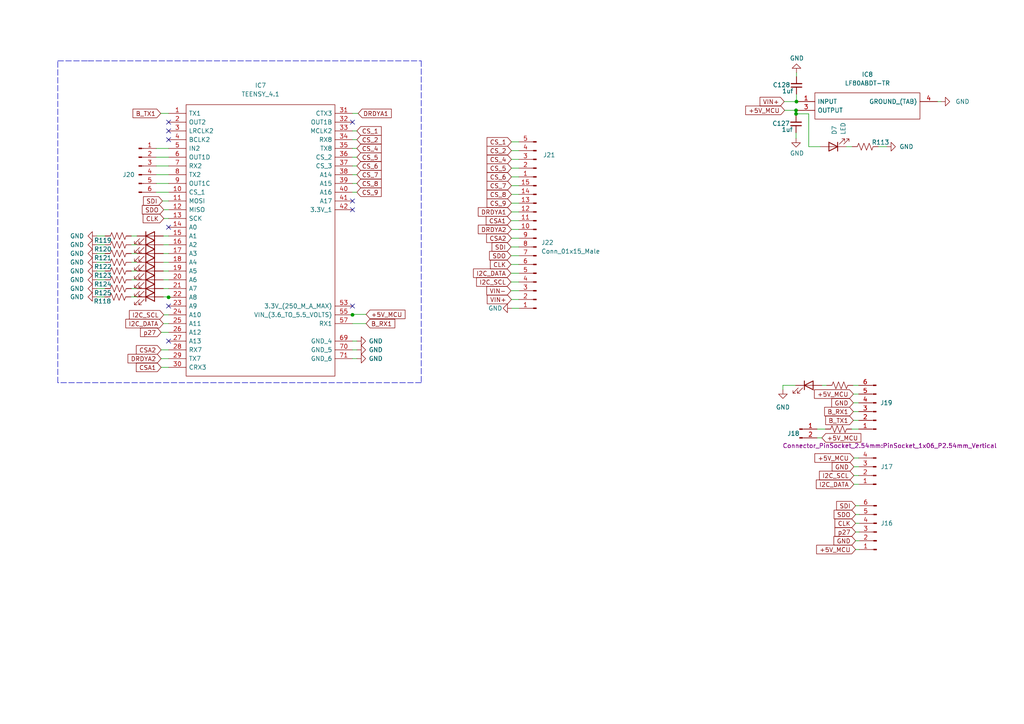
<source format=kicad_sch>
(kicad_sch (version 20211123) (generator eeschema)

  (uuid 2a206469-78ab-4bc3-b762-d6b79fbe6966)

  (paper "A4")

  (lib_symbols
    (symbol "Connector:Conn_01x02_Male" (pin_names (offset 1.016) hide) (in_bom yes) (on_board yes)
      (property "Reference" "J" (id 0) (at 0 2.54 0)
        (effects (font (size 1.27 1.27)))
      )
      (property "Value" "Conn_01x02_Male" (id 1) (at 0 -5.08 0)
        (effects (font (size 1.27 1.27)))
      )
      (property "Footprint" "" (id 2) (at 0 0 0)
        (effects (font (size 1.27 1.27)) hide)
      )
      (property "Datasheet" "~" (id 3) (at 0 0 0)
        (effects (font (size 1.27 1.27)) hide)
      )
      (property "ki_keywords" "connector" (id 4) (at 0 0 0)
        (effects (font (size 1.27 1.27)) hide)
      )
      (property "ki_description" "Generic connector, single row, 01x02, script generated (kicad-library-utils/schlib/autogen/connector/)" (id 5) (at 0 0 0)
        (effects (font (size 1.27 1.27)) hide)
      )
      (property "ki_fp_filters" "Connector*:*_1x??_*" (id 6) (at 0 0 0)
        (effects (font (size 1.27 1.27)) hide)
      )
      (symbol "Conn_01x02_Male_1_1"
        (polyline
          (pts
            (xy 1.27 -2.54)
            (xy 0.8636 -2.54)
          )
          (stroke (width 0.1524) (type default) (color 0 0 0 0))
          (fill (type none))
        )
        (polyline
          (pts
            (xy 1.27 0)
            (xy 0.8636 0)
          )
          (stroke (width 0.1524) (type default) (color 0 0 0 0))
          (fill (type none))
        )
        (rectangle (start 0.8636 -2.413) (end 0 -2.667)
          (stroke (width 0.1524) (type default) (color 0 0 0 0))
          (fill (type outline))
        )
        (rectangle (start 0.8636 0.127) (end 0 -0.127)
          (stroke (width 0.1524) (type default) (color 0 0 0 0))
          (fill (type outline))
        )
        (pin passive line (at 5.08 0 180) (length 3.81)
          (name "Pin_1" (effects (font (size 1.27 1.27))))
          (number "1" (effects (font (size 1.27 1.27))))
        )
        (pin passive line (at 5.08 -2.54 180) (length 3.81)
          (name "Pin_2" (effects (font (size 1.27 1.27))))
          (number "2" (effects (font (size 1.27 1.27))))
        )
      )
    )
    (symbol "Connector:Conn_01x04_Male" (pin_names (offset 1.016) hide) (in_bom yes) (on_board yes)
      (property "Reference" "J" (id 0) (at 0 5.08 0)
        (effects (font (size 1.27 1.27)))
      )
      (property "Value" "Conn_01x04_Male" (id 1) (at 0 -7.62 0)
        (effects (font (size 1.27 1.27)))
      )
      (property "Footprint" "" (id 2) (at 0 0 0)
        (effects (font (size 1.27 1.27)) hide)
      )
      (property "Datasheet" "~" (id 3) (at 0 0 0)
        (effects (font (size 1.27 1.27)) hide)
      )
      (property "ki_keywords" "connector" (id 4) (at 0 0 0)
        (effects (font (size 1.27 1.27)) hide)
      )
      (property "ki_description" "Generic connector, single row, 01x04, script generated (kicad-library-utils/schlib/autogen/connector/)" (id 5) (at 0 0 0)
        (effects (font (size 1.27 1.27)) hide)
      )
      (property "ki_fp_filters" "Connector*:*_1x??_*" (id 6) (at 0 0 0)
        (effects (font (size 1.27 1.27)) hide)
      )
      (symbol "Conn_01x04_Male_1_1"
        (polyline
          (pts
            (xy 1.27 -5.08)
            (xy 0.8636 -5.08)
          )
          (stroke (width 0.1524) (type default) (color 0 0 0 0))
          (fill (type none))
        )
        (polyline
          (pts
            (xy 1.27 -2.54)
            (xy 0.8636 -2.54)
          )
          (stroke (width 0.1524) (type default) (color 0 0 0 0))
          (fill (type none))
        )
        (polyline
          (pts
            (xy 1.27 0)
            (xy 0.8636 0)
          )
          (stroke (width 0.1524) (type default) (color 0 0 0 0))
          (fill (type none))
        )
        (polyline
          (pts
            (xy 1.27 2.54)
            (xy 0.8636 2.54)
          )
          (stroke (width 0.1524) (type default) (color 0 0 0 0))
          (fill (type none))
        )
        (rectangle (start 0.8636 -4.953) (end 0 -5.207)
          (stroke (width 0.1524) (type default) (color 0 0 0 0))
          (fill (type outline))
        )
        (rectangle (start 0.8636 -2.413) (end 0 -2.667)
          (stroke (width 0.1524) (type default) (color 0 0 0 0))
          (fill (type outline))
        )
        (rectangle (start 0.8636 0.127) (end 0 -0.127)
          (stroke (width 0.1524) (type default) (color 0 0 0 0))
          (fill (type outline))
        )
        (rectangle (start 0.8636 2.667) (end 0 2.413)
          (stroke (width 0.1524) (type default) (color 0 0 0 0))
          (fill (type outline))
        )
        (pin passive line (at 5.08 2.54 180) (length 3.81)
          (name "Pin_1" (effects (font (size 1.27 1.27))))
          (number "1" (effects (font (size 1.27 1.27))))
        )
        (pin passive line (at 5.08 0 180) (length 3.81)
          (name "Pin_2" (effects (font (size 1.27 1.27))))
          (number "2" (effects (font (size 1.27 1.27))))
        )
        (pin passive line (at 5.08 -2.54 180) (length 3.81)
          (name "Pin_3" (effects (font (size 1.27 1.27))))
          (number "3" (effects (font (size 1.27 1.27))))
        )
        (pin passive line (at 5.08 -5.08 180) (length 3.81)
          (name "Pin_4" (effects (font (size 1.27 1.27))))
          (number "4" (effects (font (size 1.27 1.27))))
        )
      )
    )
    (symbol "Connector:Conn_01x05_Male" (pin_names (offset 1.016) hide) (in_bom yes) (on_board yes)
      (property "Reference" "J" (id 0) (at 0 7.62 0)
        (effects (font (size 1.27 1.27)))
      )
      (property "Value" "Conn_01x05_Male" (id 1) (at 0 -7.62 0)
        (effects (font (size 1.27 1.27)))
      )
      (property "Footprint" "" (id 2) (at 0 0 0)
        (effects (font (size 1.27 1.27)) hide)
      )
      (property "Datasheet" "~" (id 3) (at 0 0 0)
        (effects (font (size 1.27 1.27)) hide)
      )
      (property "ki_keywords" "connector" (id 4) (at 0 0 0)
        (effects (font (size 1.27 1.27)) hide)
      )
      (property "ki_description" "Generic connector, single row, 01x05, script generated (kicad-library-utils/schlib/autogen/connector/)" (id 5) (at 0 0 0)
        (effects (font (size 1.27 1.27)) hide)
      )
      (property "ki_fp_filters" "Connector*:*_1x??_*" (id 6) (at 0 0 0)
        (effects (font (size 1.27 1.27)) hide)
      )
      (symbol "Conn_01x05_Male_1_1"
        (polyline
          (pts
            (xy 1.27 -5.08)
            (xy 0.8636 -5.08)
          )
          (stroke (width 0.1524) (type default) (color 0 0 0 0))
          (fill (type none))
        )
        (polyline
          (pts
            (xy 1.27 -2.54)
            (xy 0.8636 -2.54)
          )
          (stroke (width 0.1524) (type default) (color 0 0 0 0))
          (fill (type none))
        )
        (polyline
          (pts
            (xy 1.27 0)
            (xy 0.8636 0)
          )
          (stroke (width 0.1524) (type default) (color 0 0 0 0))
          (fill (type none))
        )
        (polyline
          (pts
            (xy 1.27 2.54)
            (xy 0.8636 2.54)
          )
          (stroke (width 0.1524) (type default) (color 0 0 0 0))
          (fill (type none))
        )
        (polyline
          (pts
            (xy 1.27 5.08)
            (xy 0.8636 5.08)
          )
          (stroke (width 0.1524) (type default) (color 0 0 0 0))
          (fill (type none))
        )
        (rectangle (start 0.8636 -4.953) (end 0 -5.207)
          (stroke (width 0.1524) (type default) (color 0 0 0 0))
          (fill (type outline))
        )
        (rectangle (start 0.8636 -2.413) (end 0 -2.667)
          (stroke (width 0.1524) (type default) (color 0 0 0 0))
          (fill (type outline))
        )
        (rectangle (start 0.8636 0.127) (end 0 -0.127)
          (stroke (width 0.1524) (type default) (color 0 0 0 0))
          (fill (type outline))
        )
        (rectangle (start 0.8636 2.667) (end 0 2.413)
          (stroke (width 0.1524) (type default) (color 0 0 0 0))
          (fill (type outline))
        )
        (rectangle (start 0.8636 5.207) (end 0 4.953)
          (stroke (width 0.1524) (type default) (color 0 0 0 0))
          (fill (type outline))
        )
        (pin passive line (at 5.08 5.08 180) (length 3.81)
          (name "Pin_1" (effects (font (size 1.27 1.27))))
          (number "1" (effects (font (size 1.27 1.27))))
        )
        (pin passive line (at 5.08 2.54 180) (length 3.81)
          (name "Pin_2" (effects (font (size 1.27 1.27))))
          (number "2" (effects (font (size 1.27 1.27))))
        )
        (pin passive line (at 5.08 0 180) (length 3.81)
          (name "Pin_3" (effects (font (size 1.27 1.27))))
          (number "3" (effects (font (size 1.27 1.27))))
        )
        (pin passive line (at 5.08 -2.54 180) (length 3.81)
          (name "Pin_4" (effects (font (size 1.27 1.27))))
          (number "4" (effects (font (size 1.27 1.27))))
        )
        (pin passive line (at 5.08 -5.08 180) (length 3.81)
          (name "Pin_5" (effects (font (size 1.27 1.27))))
          (number "5" (effects (font (size 1.27 1.27))))
        )
      )
    )
    (symbol "Connector:Conn_01x06_Male" (pin_names (offset 1.016) hide) (in_bom yes) (on_board yes)
      (property "Reference" "J" (id 0) (at 0 7.62 0)
        (effects (font (size 1.27 1.27)))
      )
      (property "Value" "Conn_01x06_Male" (id 1) (at 0 -10.16 0)
        (effects (font (size 1.27 1.27)))
      )
      (property "Footprint" "" (id 2) (at 0 0 0)
        (effects (font (size 1.27 1.27)) hide)
      )
      (property "Datasheet" "~" (id 3) (at 0 0 0)
        (effects (font (size 1.27 1.27)) hide)
      )
      (property "ki_keywords" "connector" (id 4) (at 0 0 0)
        (effects (font (size 1.27 1.27)) hide)
      )
      (property "ki_description" "Generic connector, single row, 01x06, script generated (kicad-library-utils/schlib/autogen/connector/)" (id 5) (at 0 0 0)
        (effects (font (size 1.27 1.27)) hide)
      )
      (property "ki_fp_filters" "Connector*:*_1x??_*" (id 6) (at 0 0 0)
        (effects (font (size 1.27 1.27)) hide)
      )
      (symbol "Conn_01x06_Male_1_1"
        (polyline
          (pts
            (xy 1.27 -7.62)
            (xy 0.8636 -7.62)
          )
          (stroke (width 0.1524) (type default) (color 0 0 0 0))
          (fill (type none))
        )
        (polyline
          (pts
            (xy 1.27 -5.08)
            (xy 0.8636 -5.08)
          )
          (stroke (width 0.1524) (type default) (color 0 0 0 0))
          (fill (type none))
        )
        (polyline
          (pts
            (xy 1.27 -2.54)
            (xy 0.8636 -2.54)
          )
          (stroke (width 0.1524) (type default) (color 0 0 0 0))
          (fill (type none))
        )
        (polyline
          (pts
            (xy 1.27 0)
            (xy 0.8636 0)
          )
          (stroke (width 0.1524) (type default) (color 0 0 0 0))
          (fill (type none))
        )
        (polyline
          (pts
            (xy 1.27 2.54)
            (xy 0.8636 2.54)
          )
          (stroke (width 0.1524) (type default) (color 0 0 0 0))
          (fill (type none))
        )
        (polyline
          (pts
            (xy 1.27 5.08)
            (xy 0.8636 5.08)
          )
          (stroke (width 0.1524) (type default) (color 0 0 0 0))
          (fill (type none))
        )
        (rectangle (start 0.8636 -7.493) (end 0 -7.747)
          (stroke (width 0.1524) (type default) (color 0 0 0 0))
          (fill (type outline))
        )
        (rectangle (start 0.8636 -4.953) (end 0 -5.207)
          (stroke (width 0.1524) (type default) (color 0 0 0 0))
          (fill (type outline))
        )
        (rectangle (start 0.8636 -2.413) (end 0 -2.667)
          (stroke (width 0.1524) (type default) (color 0 0 0 0))
          (fill (type outline))
        )
        (rectangle (start 0.8636 0.127) (end 0 -0.127)
          (stroke (width 0.1524) (type default) (color 0 0 0 0))
          (fill (type outline))
        )
        (rectangle (start 0.8636 2.667) (end 0 2.413)
          (stroke (width 0.1524) (type default) (color 0 0 0 0))
          (fill (type outline))
        )
        (rectangle (start 0.8636 5.207) (end 0 4.953)
          (stroke (width 0.1524) (type default) (color 0 0 0 0))
          (fill (type outline))
        )
        (pin passive line (at 5.08 5.08 180) (length 3.81)
          (name "Pin_1" (effects (font (size 1.27 1.27))))
          (number "1" (effects (font (size 1.27 1.27))))
        )
        (pin passive line (at 5.08 2.54 180) (length 3.81)
          (name "Pin_2" (effects (font (size 1.27 1.27))))
          (number "2" (effects (font (size 1.27 1.27))))
        )
        (pin passive line (at 5.08 0 180) (length 3.81)
          (name "Pin_3" (effects (font (size 1.27 1.27))))
          (number "3" (effects (font (size 1.27 1.27))))
        )
        (pin passive line (at 5.08 -2.54 180) (length 3.81)
          (name "Pin_4" (effects (font (size 1.27 1.27))))
          (number "4" (effects (font (size 1.27 1.27))))
        )
        (pin passive line (at 5.08 -5.08 180) (length 3.81)
          (name "Pin_5" (effects (font (size 1.27 1.27))))
          (number "5" (effects (font (size 1.27 1.27))))
        )
        (pin passive line (at 5.08 -7.62 180) (length 3.81)
          (name "Pin_6" (effects (font (size 1.27 1.27))))
          (number "6" (effects (font (size 1.27 1.27))))
        )
      )
    )
    (symbol "Connector:Conn_01x15_Male" (pin_names (offset 1.016) hide) (in_bom yes) (on_board yes)
      (property "Reference" "J" (id 0) (at 0 20.32 0)
        (effects (font (size 1.27 1.27)))
      )
      (property "Value" "Conn_01x15_Male" (id 1) (at 0 -20.32 0)
        (effects (font (size 1.27 1.27)))
      )
      (property "Footprint" "" (id 2) (at 0 0 0)
        (effects (font (size 1.27 1.27)) hide)
      )
      (property "Datasheet" "~" (id 3) (at 0 0 0)
        (effects (font (size 1.27 1.27)) hide)
      )
      (property "ki_keywords" "connector" (id 4) (at 0 0 0)
        (effects (font (size 1.27 1.27)) hide)
      )
      (property "ki_description" "Generic connector, single row, 01x15, script generated (kicad-library-utils/schlib/autogen/connector/)" (id 5) (at 0 0 0)
        (effects (font (size 1.27 1.27)) hide)
      )
      (property "ki_fp_filters" "Connector*:*_1x??_*" (id 6) (at 0 0 0)
        (effects (font (size 1.27 1.27)) hide)
      )
      (symbol "Conn_01x15_Male_1_1"
        (polyline
          (pts
            (xy 1.27 -17.78)
            (xy 0.8636 -17.78)
          )
          (stroke (width 0.1524) (type default) (color 0 0 0 0))
          (fill (type none))
        )
        (polyline
          (pts
            (xy 1.27 -15.24)
            (xy 0.8636 -15.24)
          )
          (stroke (width 0.1524) (type default) (color 0 0 0 0))
          (fill (type none))
        )
        (polyline
          (pts
            (xy 1.27 -12.7)
            (xy 0.8636 -12.7)
          )
          (stroke (width 0.1524) (type default) (color 0 0 0 0))
          (fill (type none))
        )
        (polyline
          (pts
            (xy 1.27 -10.16)
            (xy 0.8636 -10.16)
          )
          (stroke (width 0.1524) (type default) (color 0 0 0 0))
          (fill (type none))
        )
        (polyline
          (pts
            (xy 1.27 -7.62)
            (xy 0.8636 -7.62)
          )
          (stroke (width 0.1524) (type default) (color 0 0 0 0))
          (fill (type none))
        )
        (polyline
          (pts
            (xy 1.27 -5.08)
            (xy 0.8636 -5.08)
          )
          (stroke (width 0.1524) (type default) (color 0 0 0 0))
          (fill (type none))
        )
        (polyline
          (pts
            (xy 1.27 -2.54)
            (xy 0.8636 -2.54)
          )
          (stroke (width 0.1524) (type default) (color 0 0 0 0))
          (fill (type none))
        )
        (polyline
          (pts
            (xy 1.27 0)
            (xy 0.8636 0)
          )
          (stroke (width 0.1524) (type default) (color 0 0 0 0))
          (fill (type none))
        )
        (polyline
          (pts
            (xy 1.27 2.54)
            (xy 0.8636 2.54)
          )
          (stroke (width 0.1524) (type default) (color 0 0 0 0))
          (fill (type none))
        )
        (polyline
          (pts
            (xy 1.27 5.08)
            (xy 0.8636 5.08)
          )
          (stroke (width 0.1524) (type default) (color 0 0 0 0))
          (fill (type none))
        )
        (polyline
          (pts
            (xy 1.27 7.62)
            (xy 0.8636 7.62)
          )
          (stroke (width 0.1524) (type default) (color 0 0 0 0))
          (fill (type none))
        )
        (polyline
          (pts
            (xy 1.27 10.16)
            (xy 0.8636 10.16)
          )
          (stroke (width 0.1524) (type default) (color 0 0 0 0))
          (fill (type none))
        )
        (polyline
          (pts
            (xy 1.27 12.7)
            (xy 0.8636 12.7)
          )
          (stroke (width 0.1524) (type default) (color 0 0 0 0))
          (fill (type none))
        )
        (polyline
          (pts
            (xy 1.27 15.24)
            (xy 0.8636 15.24)
          )
          (stroke (width 0.1524) (type default) (color 0 0 0 0))
          (fill (type none))
        )
        (polyline
          (pts
            (xy 1.27 17.78)
            (xy 0.8636 17.78)
          )
          (stroke (width 0.1524) (type default) (color 0 0 0 0))
          (fill (type none))
        )
        (rectangle (start 0.8636 -17.653) (end 0 -17.907)
          (stroke (width 0.1524) (type default) (color 0 0 0 0))
          (fill (type outline))
        )
        (rectangle (start 0.8636 -15.113) (end 0 -15.367)
          (stroke (width 0.1524) (type default) (color 0 0 0 0))
          (fill (type outline))
        )
        (rectangle (start 0.8636 -12.573) (end 0 -12.827)
          (stroke (width 0.1524) (type default) (color 0 0 0 0))
          (fill (type outline))
        )
        (rectangle (start 0.8636 -10.033) (end 0 -10.287)
          (stroke (width 0.1524) (type default) (color 0 0 0 0))
          (fill (type outline))
        )
        (rectangle (start 0.8636 -7.493) (end 0 -7.747)
          (stroke (width 0.1524) (type default) (color 0 0 0 0))
          (fill (type outline))
        )
        (rectangle (start 0.8636 -4.953) (end 0 -5.207)
          (stroke (width 0.1524) (type default) (color 0 0 0 0))
          (fill (type outline))
        )
        (rectangle (start 0.8636 -2.413) (end 0 -2.667)
          (stroke (width 0.1524) (type default) (color 0 0 0 0))
          (fill (type outline))
        )
        (rectangle (start 0.8636 0.127) (end 0 -0.127)
          (stroke (width 0.1524) (type default) (color 0 0 0 0))
          (fill (type outline))
        )
        (rectangle (start 0.8636 2.667) (end 0 2.413)
          (stroke (width 0.1524) (type default) (color 0 0 0 0))
          (fill (type outline))
        )
        (rectangle (start 0.8636 5.207) (end 0 4.953)
          (stroke (width 0.1524) (type default) (color 0 0 0 0))
          (fill (type outline))
        )
        (rectangle (start 0.8636 7.747) (end 0 7.493)
          (stroke (width 0.1524) (type default) (color 0 0 0 0))
          (fill (type outline))
        )
        (rectangle (start 0.8636 10.287) (end 0 10.033)
          (stroke (width 0.1524) (type default) (color 0 0 0 0))
          (fill (type outline))
        )
        (rectangle (start 0.8636 12.827) (end 0 12.573)
          (stroke (width 0.1524) (type default) (color 0 0 0 0))
          (fill (type outline))
        )
        (rectangle (start 0.8636 15.367) (end 0 15.113)
          (stroke (width 0.1524) (type default) (color 0 0 0 0))
          (fill (type outline))
        )
        (rectangle (start 0.8636 17.907) (end 0 17.653)
          (stroke (width 0.1524) (type default) (color 0 0 0 0))
          (fill (type outline))
        )
        (pin passive line (at 5.08 17.78 180) (length 3.81)
          (name "Pin_1" (effects (font (size 1.27 1.27))))
          (number "1" (effects (font (size 1.27 1.27))))
        )
        (pin passive line (at 5.08 -5.08 180) (length 3.81)
          (name "Pin_10" (effects (font (size 1.27 1.27))))
          (number "10" (effects (font (size 1.27 1.27))))
        )
        (pin passive line (at 5.08 -7.62 180) (length 3.81)
          (name "Pin_11" (effects (font (size 1.27 1.27))))
          (number "11" (effects (font (size 1.27 1.27))))
        )
        (pin passive line (at 5.08 -10.16 180) (length 3.81)
          (name "Pin_12" (effects (font (size 1.27 1.27))))
          (number "12" (effects (font (size 1.27 1.27))))
        )
        (pin passive line (at 5.08 -12.7 180) (length 3.81)
          (name "Pin_13" (effects (font (size 1.27 1.27))))
          (number "13" (effects (font (size 1.27 1.27))))
        )
        (pin passive line (at 5.08 -15.24 180) (length 3.81)
          (name "Pin_14" (effects (font (size 1.27 1.27))))
          (number "14" (effects (font (size 1.27 1.27))))
        )
        (pin passive line (at 5.08 -17.78 180) (length 3.81)
          (name "Pin_15" (effects (font (size 1.27 1.27))))
          (number "15" (effects (font (size 1.27 1.27))))
        )
        (pin passive line (at 5.08 15.24 180) (length 3.81)
          (name "Pin_2" (effects (font (size 1.27 1.27))))
          (number "2" (effects (font (size 1.27 1.27))))
        )
        (pin passive line (at 5.08 12.7 180) (length 3.81)
          (name "Pin_3" (effects (font (size 1.27 1.27))))
          (number "3" (effects (font (size 1.27 1.27))))
        )
        (pin passive line (at 5.08 10.16 180) (length 3.81)
          (name "Pin_4" (effects (font (size 1.27 1.27))))
          (number "4" (effects (font (size 1.27 1.27))))
        )
        (pin passive line (at 5.08 7.62 180) (length 3.81)
          (name "Pin_5" (effects (font (size 1.27 1.27))))
          (number "5" (effects (font (size 1.27 1.27))))
        )
        (pin passive line (at 5.08 5.08 180) (length 3.81)
          (name "Pin_6" (effects (font (size 1.27 1.27))))
          (number "6" (effects (font (size 1.27 1.27))))
        )
        (pin passive line (at 5.08 2.54 180) (length 3.81)
          (name "Pin_7" (effects (font (size 1.27 1.27))))
          (number "7" (effects (font (size 1.27 1.27))))
        )
        (pin passive line (at 5.08 0 180) (length 3.81)
          (name "Pin_8" (effects (font (size 1.27 1.27))))
          (number "8" (effects (font (size 1.27 1.27))))
        )
        (pin passive line (at 5.08 -2.54 180) (length 3.81)
          (name "Pin_9" (effects (font (size 1.27 1.27))))
          (number "9" (effects (font (size 1.27 1.27))))
        )
      )
    )
    (symbol "Device:C_Small" (pin_numbers hide) (pin_names (offset 0.254) hide) (in_bom yes) (on_board yes)
      (property "Reference" "C" (id 0) (at 0.254 1.778 0)
        (effects (font (size 1.27 1.27)) (justify left))
      )
      (property "Value" "C_Small" (id 1) (at 0.254 -2.032 0)
        (effects (font (size 1.27 1.27)) (justify left))
      )
      (property "Footprint" "" (id 2) (at 0 0 0)
        (effects (font (size 1.27 1.27)) hide)
      )
      (property "Datasheet" "~" (id 3) (at 0 0 0)
        (effects (font (size 1.27 1.27)) hide)
      )
      (property "ki_keywords" "capacitor cap" (id 4) (at 0 0 0)
        (effects (font (size 1.27 1.27)) hide)
      )
      (property "ki_description" "Unpolarized capacitor, small symbol" (id 5) (at 0 0 0)
        (effects (font (size 1.27 1.27)) hide)
      )
      (property "ki_fp_filters" "C_*" (id 6) (at 0 0 0)
        (effects (font (size 1.27 1.27)) hide)
      )
      (symbol "C_Small_0_1"
        (polyline
          (pts
            (xy -1.524 -0.508)
            (xy 1.524 -0.508)
          )
          (stroke (width 0.3302) (type default) (color 0 0 0 0))
          (fill (type none))
        )
        (polyline
          (pts
            (xy -1.524 0.508)
            (xy 1.524 0.508)
          )
          (stroke (width 0.3048) (type default) (color 0 0 0 0))
          (fill (type none))
        )
      )
      (symbol "C_Small_1_1"
        (pin passive line (at 0 2.54 270) (length 2.032)
          (name "~" (effects (font (size 1.27 1.27))))
          (number "1" (effects (font (size 1.27 1.27))))
        )
        (pin passive line (at 0 -2.54 90) (length 2.032)
          (name "~" (effects (font (size 1.27 1.27))))
          (number "2" (effects (font (size 1.27 1.27))))
        )
      )
    )
    (symbol "Device:LED" (pin_numbers hide) (pin_names (offset 1.016) hide) (in_bom yes) (on_board yes)
      (property "Reference" "D" (id 0) (at 0 2.54 0)
        (effects (font (size 1.27 1.27)))
      )
      (property "Value" "LED" (id 1) (at 0 -2.54 0)
        (effects (font (size 1.27 1.27)))
      )
      (property "Footprint" "" (id 2) (at 0 0 0)
        (effects (font (size 1.27 1.27)) hide)
      )
      (property "Datasheet" "~" (id 3) (at 0 0 0)
        (effects (font (size 1.27 1.27)) hide)
      )
      (property "ki_keywords" "LED diode" (id 4) (at 0 0 0)
        (effects (font (size 1.27 1.27)) hide)
      )
      (property "ki_description" "Light emitting diode" (id 5) (at 0 0 0)
        (effects (font (size 1.27 1.27)) hide)
      )
      (property "ki_fp_filters" "LED* LED_SMD:* LED_THT:*" (id 6) (at 0 0 0)
        (effects (font (size 1.27 1.27)) hide)
      )
      (symbol "LED_0_1"
        (polyline
          (pts
            (xy -1.27 -1.27)
            (xy -1.27 1.27)
          )
          (stroke (width 0.254) (type default) (color 0 0 0 0))
          (fill (type none))
        )
        (polyline
          (pts
            (xy -1.27 0)
            (xy 1.27 0)
          )
          (stroke (width 0) (type default) (color 0 0 0 0))
          (fill (type none))
        )
        (polyline
          (pts
            (xy 1.27 -1.27)
            (xy 1.27 1.27)
            (xy -1.27 0)
            (xy 1.27 -1.27)
          )
          (stroke (width 0.254) (type default) (color 0 0 0 0))
          (fill (type none))
        )
        (polyline
          (pts
            (xy -3.048 -0.762)
            (xy -4.572 -2.286)
            (xy -3.81 -2.286)
            (xy -4.572 -2.286)
            (xy -4.572 -1.524)
          )
          (stroke (width 0) (type default) (color 0 0 0 0))
          (fill (type none))
        )
        (polyline
          (pts
            (xy -1.778 -0.762)
            (xy -3.302 -2.286)
            (xy -2.54 -2.286)
            (xy -3.302 -2.286)
            (xy -3.302 -1.524)
          )
          (stroke (width 0) (type default) (color 0 0 0 0))
          (fill (type none))
        )
      )
      (symbol "LED_1_1"
        (pin passive line (at -3.81 0 0) (length 2.54)
          (name "K" (effects (font (size 1.27 1.27))))
          (number "1" (effects (font (size 1.27 1.27))))
        )
        (pin passive line (at 3.81 0 180) (length 2.54)
          (name "A" (effects (font (size 1.27 1.27))))
          (number "2" (effects (font (size 1.27 1.27))))
        )
      )
    )
    (symbol "Device:R_US" (pin_numbers hide) (pin_names (offset 0)) (in_bom yes) (on_board yes)
      (property "Reference" "R" (id 0) (at 2.54 0 90)
        (effects (font (size 1.27 1.27)))
      )
      (property "Value" "R_US" (id 1) (at -2.54 0 90)
        (effects (font (size 1.27 1.27)))
      )
      (property "Footprint" "" (id 2) (at 1.016 -0.254 90)
        (effects (font (size 1.27 1.27)) hide)
      )
      (property "Datasheet" "~" (id 3) (at 0 0 0)
        (effects (font (size 1.27 1.27)) hide)
      )
      (property "ki_keywords" "R res resistor" (id 4) (at 0 0 0)
        (effects (font (size 1.27 1.27)) hide)
      )
      (property "ki_description" "Resistor, US symbol" (id 5) (at 0 0 0)
        (effects (font (size 1.27 1.27)) hide)
      )
      (property "ki_fp_filters" "R_*" (id 6) (at 0 0 0)
        (effects (font (size 1.27 1.27)) hide)
      )
      (symbol "R_US_0_1"
        (polyline
          (pts
            (xy 0 -2.286)
            (xy 0 -2.54)
          )
          (stroke (width 0) (type default) (color 0 0 0 0))
          (fill (type none))
        )
        (polyline
          (pts
            (xy 0 2.286)
            (xy 0 2.54)
          )
          (stroke (width 0) (type default) (color 0 0 0 0))
          (fill (type none))
        )
        (polyline
          (pts
            (xy 0 -0.762)
            (xy 1.016 -1.143)
            (xy 0 -1.524)
            (xy -1.016 -1.905)
            (xy 0 -2.286)
          )
          (stroke (width 0) (type default) (color 0 0 0 0))
          (fill (type none))
        )
        (polyline
          (pts
            (xy 0 0.762)
            (xy 1.016 0.381)
            (xy 0 0)
            (xy -1.016 -0.381)
            (xy 0 -0.762)
          )
          (stroke (width 0) (type default) (color 0 0 0 0))
          (fill (type none))
        )
        (polyline
          (pts
            (xy 0 2.286)
            (xy 1.016 1.905)
            (xy 0 1.524)
            (xy -1.016 1.143)
            (xy 0 0.762)
          )
          (stroke (width 0) (type default) (color 0 0 0 0))
          (fill (type none))
        )
      )
      (symbol "R_US_1_1"
        (pin passive line (at 0 3.81 270) (length 1.27)
          (name "~" (effects (font (size 1.27 1.27))))
          (number "1" (effects (font (size 1.27 1.27))))
        )
        (pin passive line (at 0 -3.81 90) (length 1.27)
          (name "~" (effects (font (size 1.27 1.27))))
          (number "2" (effects (font (size 1.27 1.27))))
        )
      )
    )
    (symbol "LF80ABDT:LF80ABDT-TR" (pin_names (offset 0.762)) (in_bom yes) (on_board yes)
      (property "Reference" "IC" (id 0) (at 36.83 7.62 0)
        (effects (font (size 1.27 1.27)) (justify left))
      )
      (property "Value" "LF80ABDT-TR" (id 1) (at 36.83 5.08 0)
        (effects (font (size 1.27 1.27)) (justify left))
      )
      (property "Footprint" "TO228P972X240-3N" (id 2) (at 36.83 2.54 0)
        (effects (font (size 1.27 1.27)) (justify left) hide)
      )
      (property "Datasheet" "http://www.st.com/st-web-ui/static/active/en/resource/technical/document/datasheet/CD00000546.pdf" (id 3) (at 36.83 0 0)
        (effects (font (size 1.27 1.27)) (justify left) hide)
      )
      (property "Description" "LF80ABDT-TR, Low Dropout Voltage Regulator, 0.5A, 8 V +/-1%, 3-Pin DPAK" (id 4) (at 36.83 -2.54 0)
        (effects (font (size 1.27 1.27)) (justify left) hide)
      )
      (property "Height" "2.4" (id 5) (at 36.83 -5.08 0)
        (effects (font (size 1.27 1.27)) (justify left) hide)
      )
      (property "Manufacturer_Name" "STMicroelectronics" (id 6) (at 36.83 -7.62 0)
        (effects (font (size 1.27 1.27)) (justify left) hide)
      )
      (property "Manufacturer_Part_Number" "LF80ABDT-TR" (id 7) (at 36.83 -10.16 0)
        (effects (font (size 1.27 1.27)) (justify left) hide)
      )
      (property "Mouser Part Number" "511-LF80ABDT-TR" (id 8) (at 36.83 -12.7 0)
        (effects (font (size 1.27 1.27)) (justify left) hide)
      )
      (property "Mouser Price/Stock" "https://www.mouser.co.uk/ProductDetail/STMicroelectronics/LF80ABDT-TR?qs=rQxjsk9FJaKqWqynhzWMLQ%3D%3D" (id 9) (at 36.83 -15.24 0)
        (effects (font (size 1.27 1.27)) (justify left) hide)
      )
      (property "Arrow Part Number" "LF80ABDT-TR" (id 10) (at 36.83 -17.78 0)
        (effects (font (size 1.27 1.27)) (justify left) hide)
      )
      (property "Arrow Price/Stock" "https://www.arrow.com/en/products/lf80abdt-tr/stmicroelectronics?region=nac" (id 11) (at 36.83 -20.32 0)
        (effects (font (size 1.27 1.27)) (justify left) hide)
      )
      (property "ki_description" "LF80ABDT-TR, Low Dropout Voltage Regulator, 0.5A, 8 V +/-1%, 3-Pin DPAK" (id 12) (at 0 0 0)
        (effects (font (size 1.27 1.27)) hide)
      )
      (symbol "LF80ABDT-TR_0_0"
        (pin input line (at 0 0 0) (length 5.08)
          (name "INPUT" (effects (font (size 1.27 1.27))))
          (number "1" (effects (font (size 1.27 1.27))))
        )
        (pin output line (at 0 -2.54 0) (length 5.08)
          (name "OUTPUT" (effects (font (size 1.27 1.27))))
          (number "3" (effects (font (size 1.27 1.27))))
        )
        (pin passive line (at 40.64 0 180) (length 5.08)
          (name "GROUND_(TAB)" (effects (font (size 1.27 1.27))))
          (number "4" (effects (font (size 1.27 1.27))))
        )
      )
      (symbol "LF80ABDT-TR_0_1"
        (polyline
          (pts
            (xy 5.08 2.54)
            (xy 35.56 2.54)
            (xy 35.56 -5.08)
            (xy 5.08 -5.08)
            (xy 5.08 2.54)
          )
          (stroke (width 0.1524) (type default) (color 0 0 0 0))
          (fill (type none))
        )
      )
    )
    (symbol "power:GND" (power) (pin_names (offset 0)) (in_bom yes) (on_board yes)
      (property "Reference" "#PWR" (id 0) (at 0 -6.35 0)
        (effects (font (size 1.27 1.27)) hide)
      )
      (property "Value" "GND" (id 1) (at 0 -3.81 0)
        (effects (font (size 1.27 1.27)))
      )
      (property "Footprint" "" (id 2) (at 0 0 0)
        (effects (font (size 1.27 1.27)) hide)
      )
      (property "Datasheet" "" (id 3) (at 0 0 0)
        (effects (font (size 1.27 1.27)) hide)
      )
      (property "ki_keywords" "power-flag" (id 4) (at 0 0 0)
        (effects (font (size 1.27 1.27)) hide)
      )
      (property "ki_description" "Power symbol creates a global label with name \"GND\" , ground" (id 5) (at 0 0 0)
        (effects (font (size 1.27 1.27)) hide)
      )
      (symbol "GND_0_1"
        (polyline
          (pts
            (xy 0 0)
            (xy 0 -1.27)
            (xy 1.27 -1.27)
            (xy 0 -2.54)
            (xy -1.27 -1.27)
            (xy 0 -1.27)
          )
          (stroke (width 0) (type default) (color 0 0 0 0))
          (fill (type none))
        )
      )
      (symbol "GND_1_1"
        (pin power_in line (at 0 0 270) (length 0) hide
          (name "GND" (effects (font (size 1.27 1.27))))
          (number "1" (effects (font (size 1.27 1.27))))
        )
      )
    )
    (symbol "teensy:TEENSY_4.1" (pin_names (offset 0.762)) (in_bom yes) (on_board yes)
      (property "Reference" "IC7" (id 0) (at 26.67 8.128 0)
        (effects (font (size 1.27 1.27)))
      )
      (property "Value" "TEENSY_4.1" (id 1) (at 26.67 5.588 0)
        (effects (font (size 1.27 1.27)))
      )
      (property "Footprint" "Audio_Module:TEENSY41" (id 2) (at 49.53 2.54 0)
        (effects (font (size 1.27 1.27)) (justify left) hide)
      )
      (property "Datasheet" "https://www.pjrc.com/store/teensy41.html" (id 3) (at 49.53 0 0)
        (effects (font (size 1.27 1.27)) (justify left) hide)
      )
      (property "Description" "Teensy 4.1 Development Board" (id 4) (at 49.53 -2.54 0)
        (effects (font (size 1.27 1.27)) (justify left) hide)
      )
      (property "Height" "" (id 5) (at 49.53 -5.08 0)
        (effects (font (size 1.27 1.27)) (justify left) hide)
      )
      (property "Manufacturer_Name" "PJRC" (id 6) (at 49.53 -7.62 0)
        (effects (font (size 1.27 1.27)) (justify left) hide)
      )
      (property "Manufacturer_Part_Number" "TEENSY 4.1" (id 7) (at 49.53 -10.16 0)
        (effects (font (size 1.27 1.27)) (justify left) hide)
      )
      (property "Mouser Part Number" "" (id 8) (at 49.53 -12.7 0)
        (effects (font (size 1.27 1.27)) (justify left) hide)
      )
      (property "Mouser Price/Stock" "" (id 9) (at 49.53 -15.24 0)
        (effects (font (size 1.27 1.27)) (justify left) hide)
      )
      (property "Arrow Part Number" "" (id 10) (at 49.53 -17.78 0)
        (effects (font (size 1.27 1.27)) (justify left) hide)
      )
      (property "Arrow Price/Stock" "" (id 11) (at 49.53 -20.32 0)
        (effects (font (size 1.27 1.27)) (justify left) hide)
      )
      (property "ki_description" "Teensy 4.1 Development Board" (id 12) (at 0 0 0)
        (effects (font (size 1.27 1.27)) hide)
      )
      (symbol "TEENSY_4.1_0_0"
        (pin passive line (at 0 0 0) (length 5.08)
          (name "TX1" (effects (font (size 1.27 1.27))))
          (number "1" (effects (font (size 1.27 1.27))))
        )
        (pin passive line (at 0 -22.86 0) (length 5.08)
          (name "CS_1" (effects (font (size 1.27 1.27))))
          (number "10" (effects (font (size 1.27 1.27))))
        )
        (pin passive line (at 0 -25.4 0) (length 5.08)
          (name "MOSI" (effects (font (size 1.27 1.27))))
          (number "11" (effects (font (size 1.27 1.27))))
        )
        (pin passive line (at 0 -27.94 0) (length 5.08)
          (name "MISO" (effects (font (size 1.27 1.27))))
          (number "12" (effects (font (size 1.27 1.27))))
        )
        (pin passive line (at 0 -30.48 0) (length 5.08)
          (name "SCK" (effects (font (size 1.27 1.27))))
          (number "13" (effects (font (size 1.27 1.27))))
        )
        (pin passive line (at 0 -33.02 0) (length 5.08)
          (name "A0" (effects (font (size 1.27 1.27))))
          (number "14" (effects (font (size 1.27 1.27))))
        )
        (pin passive line (at 0 -35.56 0) (length 5.08)
          (name "A1" (effects (font (size 1.27 1.27))))
          (number "15" (effects (font (size 1.27 1.27))))
        )
        (pin passive line (at 0 -38.1 0) (length 5.08)
          (name "A2" (effects (font (size 1.27 1.27))))
          (number "16" (effects (font (size 1.27 1.27))))
        )
        (pin passive line (at 0 -40.64 0) (length 5.08)
          (name "A3" (effects (font (size 1.27 1.27))))
          (number "17" (effects (font (size 1.27 1.27))))
        )
        (pin passive line (at 0 -43.18 0) (length 5.08)
          (name "A4" (effects (font (size 1.27 1.27))))
          (number "18" (effects (font (size 1.27 1.27))))
        )
        (pin passive line (at 0 -45.72 0) (length 5.08)
          (name "A5" (effects (font (size 1.27 1.27))))
          (number "19" (effects (font (size 1.27 1.27))))
        )
        (pin passive line (at 0 -2.54 0) (length 5.08)
          (name "OUT2" (effects (font (size 1.27 1.27))))
          (number "2" (effects (font (size 1.27 1.27))))
        )
        (pin passive line (at 0 -48.26 0) (length 5.08)
          (name "A6" (effects (font (size 1.27 1.27))))
          (number "20" (effects (font (size 1.27 1.27))))
        )
        (pin passive line (at 0 -50.8 0) (length 5.08)
          (name "A7" (effects (font (size 1.27 1.27))))
          (number "21" (effects (font (size 1.27 1.27))))
        )
        (pin passive line (at 0 -53.34 0) (length 5.08)
          (name "A8" (effects (font (size 1.27 1.27))))
          (number "22" (effects (font (size 1.27 1.27))))
        )
        (pin passive line (at 0 -55.88 0) (length 5.08)
          (name "A9" (effects (font (size 1.27 1.27))))
          (number "23" (effects (font (size 1.27 1.27))))
        )
        (pin passive line (at 0 -58.42 0) (length 5.08)
          (name "A10" (effects (font (size 1.27 1.27))))
          (number "24" (effects (font (size 1.27 1.27))))
        )
        (pin passive line (at 0 -60.96 0) (length 5.08)
          (name "A11" (effects (font (size 1.27 1.27))))
          (number "25" (effects (font (size 1.27 1.27))))
        )
        (pin passive line (at 0 -63.5 0) (length 5.08)
          (name "A12" (effects (font (size 1.27 1.27))))
          (number "26" (effects (font (size 1.27 1.27))))
        )
        (pin passive line (at 0 -66.04 0) (length 5.08)
          (name "A13" (effects (font (size 1.27 1.27))))
          (number "27" (effects (font (size 1.27 1.27))))
        )
        (pin passive line (at 0 -68.58 0) (length 5.08)
          (name "RX7" (effects (font (size 1.27 1.27))))
          (number "28" (effects (font (size 1.27 1.27))))
        )
        (pin passive line (at 0 -71.12 0) (length 5.08)
          (name "TX7" (effects (font (size 1.27 1.27))))
          (number "29" (effects (font (size 1.27 1.27))))
        )
        (pin passive line (at 0 -5.08 0) (length 5.08)
          (name "LRCLK2" (effects (font (size 1.27 1.27))))
          (number "3" (effects (font (size 1.27 1.27))))
        )
        (pin passive line (at 0 -73.66 0) (length 5.08)
          (name "CRX3" (effects (font (size 1.27 1.27))))
          (number "30" (effects (font (size 1.27 1.27))))
        )
        (pin passive line (at 53.34 0 180) (length 5.08)
          (name "CTX3" (effects (font (size 1.27 1.27))))
          (number "31" (effects (font (size 1.27 1.27))))
        )
        (pin passive line (at 53.34 -2.54 180) (length 5.08)
          (name "OUT1B" (effects (font (size 1.27 1.27))))
          (number "32" (effects (font (size 1.27 1.27))))
        )
        (pin passive line (at 53.34 -5.08 180) (length 5.08)
          (name "MCLK2" (effects (font (size 1.27 1.27))))
          (number "33" (effects (font (size 1.27 1.27))))
        )
        (pin passive line (at 53.34 -7.62 180) (length 5.08)
          (name "RX8" (effects (font (size 1.27 1.27))))
          (number "34" (effects (font (size 1.27 1.27))))
        )
        (pin passive line (at 53.34 -10.16 180) (length 5.08)
          (name "TX8" (effects (font (size 1.27 1.27))))
          (number "35" (effects (font (size 1.27 1.27))))
        )
        (pin passive line (at 53.34 -12.7 180) (length 5.08)
          (name "CS_2" (effects (font (size 1.27 1.27))))
          (number "36" (effects (font (size 1.27 1.27))))
        )
        (pin passive line (at 53.34 -15.24 180) (length 5.08)
          (name "CS_3" (effects (font (size 1.27 1.27))))
          (number "37" (effects (font (size 1.27 1.27))))
        )
        (pin passive line (at 53.34 -17.78 180) (length 5.08)
          (name "A14" (effects (font (size 1.27 1.27))))
          (number "38" (effects (font (size 1.27 1.27))))
        )
        (pin passive line (at 53.34 -20.32 180) (length 5.08)
          (name "A15" (effects (font (size 1.27 1.27))))
          (number "39" (effects (font (size 1.27 1.27))))
        )
        (pin passive line (at 0 -7.62 0) (length 5.08)
          (name "BCLK2" (effects (font (size 1.27 1.27))))
          (number "4" (effects (font (size 1.27 1.27))))
        )
        (pin passive line (at 53.34 -22.86 180) (length 5.08)
          (name "A16" (effects (font (size 1.27 1.27))))
          (number "40" (effects (font (size 1.27 1.27))))
        )
        (pin passive line (at 53.34 -25.4 180) (length 5.08)
          (name "A17" (effects (font (size 1.27 1.27))))
          (number "41" (effects (font (size 1.27 1.27))))
        )
        (pin passive line (at 53.34 -27.94 180) (length 5.08)
          (name "3.3V_1" (effects (font (size 1.27 1.27))))
          (number "42" (effects (font (size 1.27 1.27))))
        )
        (pin passive line (at 0 -10.16 0) (length 5.08)
          (name "IN2" (effects (font (size 1.27 1.27))))
          (number "5" (effects (font (size 1.27 1.27))))
        )
        (pin passive line (at 53.34 -55.88 180) (length 5.08)
          (name "3.3V_(250_M_A_MAX)" (effects (font (size 1.27 1.27))))
          (number "53" (effects (font (size 1.27 1.27))))
        )
        (pin passive line (at 53.34 -58.42 180) (length 5.08)
          (name "VIN_(3.6_TO_5.5_VOLTS)" (effects (font (size 1.27 1.27))))
          (number "55" (effects (font (size 1.27 1.27))))
        )
        (pin passive line (at 53.34 -60.96 180) (length 5.08)
          (name "RX1" (effects (font (size 1.27 1.27))))
          (number "57" (effects (font (size 1.27 1.27))))
        )
        (pin passive line (at 0 -12.7 0) (length 5.08)
          (name "OUT1D" (effects (font (size 1.27 1.27))))
          (number "6" (effects (font (size 1.27 1.27))))
        )
        (pin passive line (at 53.34 -66.04 180) (length 5.08)
          (name "GND_4" (effects (font (size 1.27 1.27))))
          (number "69" (effects (font (size 1.27 1.27))))
        )
        (pin passive line (at 0 -15.24 0) (length 5.08)
          (name "RX2" (effects (font (size 1.27 1.27))))
          (number "7" (effects (font (size 1.27 1.27))))
        )
        (pin passive line (at 53.34 -68.58 180) (length 5.08)
          (name "GND_5" (effects (font (size 1.27 1.27))))
          (number "70" (effects (font (size 1.27 1.27))))
        )
        (pin passive line (at 53.34 -71.12 180) (length 5.08)
          (name "GND_6" (effects (font (size 1.27 1.27))))
          (number "71" (effects (font (size 1.27 1.27))))
        )
        (pin passive line (at 0 -17.78 0) (length 5.08)
          (name "TX2" (effects (font (size 1.27 1.27))))
          (number "8" (effects (font (size 1.27 1.27))))
        )
        (pin passive line (at 0 -20.32 0) (length 5.08)
          (name "OUT1C" (effects (font (size 1.27 1.27))))
          (number "9" (effects (font (size 1.27 1.27))))
        )
      )
      (symbol "TEENSY_4.1_0_1"
        (polyline
          (pts
            (xy 5.08 2.54)
            (xy 48.26 2.54)
            (xy 48.26 -76.2)
            (xy 5.08 -76.2)
            (xy 5.08 2.54)
          )
          (stroke (width 0.1524) (type default) (color 0 0 0 0))
          (fill (type none))
        )
      )
    )
  )

  (junction (at 102.235 91.313) (diameter 0) (color 0 0 0 0)
    (uuid 67f7e8c3-2187-4773-8c66-691ad5c25f34)
  )
  (junction (at 48.895 86.233) (diameter 0) (color 0 0 0 0)
    (uuid 9862bcc4-a321-4949-8a58-c546d76e3b9a)
  )
  (junction (at 230.886 33.02) (diameter 0) (color 0 0 0 0)
    (uuid c3a8fe2d-0f0c-4a79-ad59-61b61f3e92ec)
  )
  (junction (at 231.013 29.464) (diameter 0) (color 0 0 0 0)
    (uuid c89a3d23-f044-4800-a292-66a282445ff5)
  )
  (junction (at 230.886 32.004) (diameter 0) (color 0 0 0 0)
    (uuid cb198228-7f8d-49e6-b5d1-b9f1a600ffe3)
  )

  (no_connect (at 102.235 88.773) (uuid 15a99902-1d02-4ce9-8390-3a1e0df00fae))
  (no_connect (at 48.895 65.913) (uuid 15a99902-1d02-4ce9-8390-3a1e0df00fb0))
  (no_connect (at 48.895 37.973) (uuid 15a99902-1d02-4ce9-8390-3a1e0df00fb8))
  (no_connect (at 48.895 40.513) (uuid 15a99902-1d02-4ce9-8390-3a1e0df00fb9))
  (no_connect (at 102.235 35.433) (uuid 15a99902-1d02-4ce9-8390-3a1e0df00fba))
  (no_connect (at 102.235 60.833) (uuid 15a99902-1d02-4ce9-8390-3a1e0df00fbb))
  (no_connect (at 102.235 58.293) (uuid 15a99902-1d02-4ce9-8390-3a1e0df00fbc))
  (no_connect (at 48.895 98.933) (uuid 2fe7fdd7-2cec-4d15-8b51-72d8dd6bdd63))
  (no_connect (at 48.895 88.773) (uuid 2fe7fdd7-2cec-4d15-8b51-72d8dd6bdd64))
  (no_connect (at 48.895 35.433) (uuid 31b62335-4313-4781-95bc-c5d038953140))

  (wire (pts (xy 30.48 76.073) (xy 28.067 76.073))
    (stroke (width 0) (type default) (color 0 0 0 0))
    (uuid 0189da55-5d9c-4249-8ef7-e4f002e34e0b)
  )
  (wire (pts (xy 247.65 135.382) (xy 249.047 135.382))
    (stroke (width 0) (type default) (color 0 0 0 0))
    (uuid 0276f6bc-dd90-40e6-8f5d-81d09c29d5fd)
  )
  (wire (pts (xy 248.158 146.685) (xy 249.174 146.685))
    (stroke (width 0) (type default) (color 0 0 0 0))
    (uuid 0304e38a-52a2-4382-b43c-5b57e54ac8e8)
  )
  (wire (pts (xy 230.886 32.004) (xy 230.886 33.02))
    (stroke (width 0) (type default) (color 0 0 0 0))
    (uuid 08372c18-ef56-44c4-8107-8c19898be7e3)
  )
  (wire (pts (xy 45.339 43.053) (xy 48.895 43.053))
    (stroke (width 0) (type default) (color 0 0 0 0))
    (uuid 08a6aa6a-ea75-4d67-b523-10588ac037c9)
  )
  (wire (pts (xy 248.158 159.385) (xy 249.174 159.385))
    (stroke (width 0) (type default) (color 0 0 0 0))
    (uuid 09d5596a-37de-4c33-ac0e-77763d132b3f)
  )
  (wire (pts (xy 102.235 43.053) (xy 103.505 43.053))
    (stroke (width 0) (type default) (color 0 0 0 0))
    (uuid 0c7db305-869e-4c1f-b03b-2c52fdc59896)
  )
  (wire (pts (xy 39.751 81.153) (xy 38.1 81.153))
    (stroke (width 0) (type default) (color 0 0 0 0))
    (uuid 16cac4a8-feee-436f-b8a7-848b0654a158)
  )
  (wire (pts (xy 231.013 27.305) (xy 231.013 29.464))
    (stroke (width 0) (type default) (color 0 0 0 0))
    (uuid 1800df2b-dfbd-495a-b08b-97e2167f3412)
  )
  (polyline (pts (xy 25.527 17.653) (xy 122.174 17.653))
    (stroke (width 0) (type default) (color 0 0 0 0))
    (uuid 180659cf-a18f-4e1d-86a6-8ccc5c15ab7c)
  )

  (wire (pts (xy 47.371 83.693) (xy 48.895 83.693))
    (stroke (width 0) (type default) (color 0 0 0 0))
    (uuid 1cb1a650-f04a-453d-812c-9c2792acab33)
  )
  (wire (pts (xy 247.65 140.462) (xy 249.047 140.462))
    (stroke (width 0) (type default) (color 0 0 0 0))
    (uuid 1d4b78e9-9586-44f0-9404-aadfcb4dc1cf)
  )
  (wire (pts (xy 47.498 60.833) (xy 48.895 60.833))
    (stroke (width 0) (type default) (color 0 0 0 0))
    (uuid 215cb7a6-5c5d-4684-aabe-1b9b5564e0a4)
  )
  (wire (pts (xy 48.895 86.106) (xy 48.895 86.233))
    (stroke (width 0) (type default) (color 0 0 0 0))
    (uuid 2206f7e7-3616-4457-9faa-b9a82388f97a)
  )
  (wire (pts (xy 230.886 32.004) (xy 231.267 32.004))
    (stroke (width 0) (type default) (color 0 0 0 0))
    (uuid 2224575b-03bd-4e56-82c5-565347b02bcb)
  )
  (wire (pts (xy 39.751 70.993) (xy 38.1 70.993))
    (stroke (width 0) (type default) (color 0 0 0 0))
    (uuid 2492ae8f-78d1-4e2e-8513-429d2b2841b7)
  )
  (wire (pts (xy 106.172 91.186) (xy 102.235 91.186))
    (stroke (width 0) (type default) (color 0 0 0 0))
    (uuid 26291b2e-6dc5-4337-ac4b-ca99b0a5989c)
  )
  (wire (pts (xy 148.209 79.248) (xy 150.495 79.248))
    (stroke (width 0) (type default) (color 0 0 0 0))
    (uuid 26e76203-43e5-4cb6-8e64-570397396756)
  )
  (wire (pts (xy 30.48 83.693) (xy 28.067 83.693))
    (stroke (width 0) (type default) (color 0 0 0 0))
    (uuid 2778a2cd-6ab1-4deb-982e-6592d74f1c11)
  )
  (wire (pts (xy 102.235 101.473) (xy 103.505 101.473))
    (stroke (width 0) (type default) (color 0 0 0 0))
    (uuid 29fdfca5-f2f1-4a33-8658-0ec3f0395efd)
  )
  (wire (pts (xy 148.209 84.328) (xy 150.495 84.328))
    (stroke (width 0) (type default) (color 0 0 0 0))
    (uuid 2a977292-ac40-4b2f-9585-7d7fce3a5435)
  )
  (wire (pts (xy 148.209 81.788) (xy 150.495 81.788))
    (stroke (width 0) (type default) (color 0 0 0 0))
    (uuid 2aed4e35-935d-489b-8f30-9d2d5b716be0)
  )
  (wire (pts (xy 148.336 61.468) (xy 150.495 61.468))
    (stroke (width 0) (type default) (color 0 0 0 0))
    (uuid 2bfc3021-fdae-44c3-9d9b-69514219b6f7)
  )
  (wire (pts (xy 39.751 68.453) (xy 38.1 68.453))
    (stroke (width 0) (type default) (color 0 0 0 0))
    (uuid 2c69c66f-5a0b-4d09-9999-982d77b0c680)
  )
  (wire (pts (xy 46.609 32.893) (xy 48.895 32.893))
    (stroke (width 0) (type default) (color 0 0 0 0))
    (uuid 2e7cd2b2-6fec-4b71-9ed1-c9b369e53bfd)
  )
  (wire (pts (xy 148.336 56.388) (xy 150.495 56.388))
    (stroke (width 0) (type default) (color 0 0 0 0))
    (uuid 33cd4965-fd9c-4e31-a212-1a61084fd18a)
  )
  (wire (pts (xy 30.48 70.993) (xy 28.067 70.993))
    (stroke (width 0) (type default) (color 0 0 0 0))
    (uuid 39460bd9-4e58-496c-9eb3-0ab62476ee8f)
  )
  (wire (pts (xy 230.886 38.481) (xy 230.886 40.132))
    (stroke (width 0) (type default) (color 0 0 0 0))
    (uuid 3e9899f6-280b-4b64-887a-af77c44ecf6c)
  )
  (wire (pts (xy 245.491 42.545) (xy 247.142 42.545))
    (stroke (width 0) (type default) (color 0 0 0 0))
    (uuid 438a3c90-3ff8-427e-9cdd-80d98f3284e2)
  )
  (wire (pts (xy 46.736 96.393) (xy 48.895 96.393))
    (stroke (width 0) (type default) (color 0 0 0 0))
    (uuid 43eec443-f3af-4d38-a568-bf5c44307934)
  )
  (wire (pts (xy 148.209 76.708) (xy 150.495 76.708))
    (stroke (width 0) (type default) (color 0 0 0 0))
    (uuid 4663680a-7834-44be-bc75-006d6516ad67)
  )
  (wire (pts (xy 102.235 48.133) (xy 103.505 48.133))
    (stroke (width 0) (type default) (color 0 0 0 0))
    (uuid 4ae23ddf-94ee-42e9-b94c-4f71e9062a1b)
  )
  (polyline (pts (xy 122.174 17.653) (xy 122.174 110.998))
    (stroke (width 0) (type default) (color 0 0 0 0))
    (uuid 4e6b6288-bde9-43a5-a072-4a5e73ef3ee0)
  )

  (wire (pts (xy 45.339 48.133) (xy 48.895 48.133))
    (stroke (width 0) (type default) (color 0 0 0 0))
    (uuid 4f6643b2-c971-4fa7-9c1b-5b83a5cb095c)
  )
  (wire (pts (xy 148.463 89.408) (xy 150.495 89.408))
    (stroke (width 0) (type default) (color 0 0 0 0))
    (uuid 4fb0eee0-669f-4e46-9eca-0bcf315946d0)
  )
  (polyline (pts (xy 122.174 110.998) (xy 16.764 110.998))
    (stroke (width 0) (type default) (color 0 0 0 0))
    (uuid 515e2f7c-0a3b-411f-84de-f4382c96f384)
  )

  (wire (pts (xy 47.371 76.073) (xy 48.895 76.073))
    (stroke (width 0) (type default) (color 0 0 0 0))
    (uuid 53d51f9a-6d54-4fdf-80c6-2977a07d8e7f)
  )
  (wire (pts (xy 45.339 45.593) (xy 48.895 45.593))
    (stroke (width 0) (type default) (color 0 0 0 0))
    (uuid 5406e9ce-7030-4d2a-8779-49b332b5079e)
  )
  (wire (pts (xy 271.907 29.464) (xy 272.923 29.464))
    (stroke (width 0) (type default) (color 0 0 0 0))
    (uuid 54c01d56-5a87-44eb-9540-af0a0e77f657)
  )
  (wire (pts (xy 148.209 64.008) (xy 150.495 64.008))
    (stroke (width 0) (type default) (color 0 0 0 0))
    (uuid 556a2194-8de3-4cc1-bc23-13fa1ee29e6e)
  )
  (polyline (pts (xy 16.764 17.653) (xy 25.908 17.653))
    (stroke (width 0) (type default) (color 0 0 0 0))
    (uuid 584b9454-8fda-4dc0-a6a5-fbe02c710768)
  )

  (wire (pts (xy 46.736 106.553) (xy 48.895 106.553))
    (stroke (width 0) (type default) (color 0 0 0 0))
    (uuid 5ab178c7-3406-4242-a274-36c50c195449)
  )
  (wire (pts (xy 248.158 156.845) (xy 249.174 156.845))
    (stroke (width 0) (type default) (color 0 0 0 0))
    (uuid 5ac327a6-71b3-4ca5-9bbe-52e7209b0e9a)
  )
  (wire (pts (xy 231.013 29.464) (xy 231.267 29.464))
    (stroke (width 0) (type default) (color 0 0 0 0))
    (uuid 5d6d42e0-739c-4bca-b0e8-ba4560e3a782)
  )
  (wire (pts (xy 102.235 55.753) (xy 103.505 55.753))
    (stroke (width 0) (type default) (color 0 0 0 0))
    (uuid 5f00e6dd-0c89-4d84-b7af-81705e0f9c11)
  )
  (wire (pts (xy 148.336 66.548) (xy 150.495 66.548))
    (stroke (width 0) (type default) (color 0 0 0 0))
    (uuid 61336af5-14cc-4bb6-82c8-53a95015476f)
  )
  (wire (pts (xy 148.209 74.168) (xy 150.495 74.168))
    (stroke (width 0) (type default) (color 0 0 0 0))
    (uuid 642ffdf9-1a1f-4413-a89b-2ddf8e30a635)
  )
  (wire (pts (xy 248.158 149.225) (xy 249.174 149.225))
    (stroke (width 0) (type default) (color 0 0 0 0))
    (uuid 65e43502-84d4-43c7-abb6-dc3f9859a6dd)
  )
  (wire (pts (xy 39.751 78.613) (xy 38.1 78.613))
    (stroke (width 0) (type default) (color 0 0 0 0))
    (uuid 6a0db28d-c4ca-462a-936f-297adb80210d)
  )
  (wire (pts (xy 148.336 43.688) (xy 150.495 43.688))
    (stroke (width 0) (type default) (color 0 0 0 0))
    (uuid 6afdbfe9-3d90-4706-aae2-644d5b10e7c6)
  )
  (wire (pts (xy 30.48 73.533) (xy 28.067 73.533))
    (stroke (width 0) (type default) (color 0 0 0 0))
    (uuid 6b513407-4258-4298-bdc5-7f43834901ad)
  )
  (wire (pts (xy 102.235 45.593) (xy 103.505 45.593))
    (stroke (width 0) (type default) (color 0 0 0 0))
    (uuid 6ba81d3f-9024-4175-8469-45e2ef9d89b9)
  )
  (wire (pts (xy 47.117 58.293) (xy 48.895 58.293))
    (stroke (width 0) (type default) (color 0 0 0 0))
    (uuid 6bc815f2-29ad-4c41-9c05-ae4e9e1513bf)
  )
  (wire (pts (xy 247.523 114.3) (xy 249.047 114.3))
    (stroke (width 0) (type default) (color 0 0 0 0))
    (uuid 6c8b4d35-d090-47e3-baf5-2d9a07da9da7)
  )
  (polyline (pts (xy 16.764 110.998) (xy 16.764 17.653))
    (stroke (width 0) (type default) (color 0 0 0 0))
    (uuid 6ca0dd43-dad6-4184-8e34-870ea73b6d62)
  )

  (wire (pts (xy 230.759 111.76) (xy 227.076 111.76))
    (stroke (width 0) (type default) (color 0 0 0 0))
    (uuid 6caadc9b-0589-4070-8019-d3a184a5ee46)
  )
  (wire (pts (xy 45.339 53.213) (xy 48.895 53.213))
    (stroke (width 0) (type default) (color 0 0 0 0))
    (uuid 6f963dcb-5981-4048-aa7f-82d6b9bd8a68)
  )
  (wire (pts (xy 148.336 48.768) (xy 150.495 48.768))
    (stroke (width 0) (type default) (color 0 0 0 0))
    (uuid 6ff81e38-163f-4ff5-b14f-af56c5819970)
  )
  (wire (pts (xy 102.235 40.513) (xy 103.505 40.513))
    (stroke (width 0) (type default) (color 0 0 0 0))
    (uuid 7045f957-5c0a-439c-9efc-d759d77a5742)
  )
  (wire (pts (xy 47.371 81.153) (xy 48.895 81.153))
    (stroke (width 0) (type default) (color 0 0 0 0))
    (uuid 71a4389b-8594-4399-828f-7dfad009e048)
  )
  (wire (pts (xy 102.235 50.673) (xy 103.505 50.673))
    (stroke (width 0) (type default) (color 0 0 0 0))
    (uuid 721c6035-fb29-4ea0-a947-fb7d55c0d0fb)
  )
  (wire (pts (xy 45.339 50.673) (xy 48.895 50.673))
    (stroke (width 0) (type default) (color 0 0 0 0))
    (uuid 726a2065-176f-4744-b40c-ee1484ffc6a1)
  )
  (wire (pts (xy 248.158 151.765) (xy 249.174 151.765))
    (stroke (width 0) (type default) (color 0 0 0 0))
    (uuid 737ba47e-f450-4397-95e6-8dc0684a5786)
  )
  (wire (pts (xy 102.235 32.893) (xy 103.886 32.893))
    (stroke (width 0) (type default) (color 0 0 0 0))
    (uuid 73a240ca-e4e1-4f0c-bacb-d0c46cd7c7e0)
  )
  (wire (pts (xy 234.569 42.545) (xy 234.569 33.02))
    (stroke (width 0) (type default) (color 0 0 0 0))
    (uuid 77b2dab7-ea62-4e6d-8383-4ae31a7f4c83)
  )
  (wire (pts (xy 248.158 154.305) (xy 249.174 154.305))
    (stroke (width 0) (type default) (color 0 0 0 0))
    (uuid 7924dd68-5d59-4c5b-979f-b74722b7d60f)
  )
  (wire (pts (xy 247.523 121.92) (xy 249.047 121.92))
    (stroke (width 0) (type default) (color 0 0 0 0))
    (uuid 7dc5782c-87b8-46f7-81eb-2dff1c0f97c1)
  )
  (wire (pts (xy 148.336 51.308) (xy 150.495 51.308))
    (stroke (width 0) (type default) (color 0 0 0 0))
    (uuid 7fa25a09-a067-44ef-9837-2be01d7cdc2b)
  )
  (wire (pts (xy 227.584 32.004) (xy 230.886 32.004))
    (stroke (width 0) (type default) (color 0 0 0 0))
    (uuid 812f9b36-883f-4e53-be5c-863493e02afc)
  )
  (wire (pts (xy 247.65 137.922) (xy 249.047 137.922))
    (stroke (width 0) (type default) (color 0 0 0 0))
    (uuid 82664ee4-083a-4ad1-be8f-104e068f20b5)
  )
  (wire (pts (xy 247.523 119.38) (xy 249.047 119.38))
    (stroke (width 0) (type default) (color 0 0 0 0))
    (uuid 830f78a3-fe3b-4b26-a3f5-9a7663e7c22d)
  )
  (wire (pts (xy 148.336 86.868) (xy 150.495 86.868))
    (stroke (width 0) (type default) (color 0 0 0 0))
    (uuid 84396f11-072f-4d02-9ea2-d8b096bf9359)
  )
  (wire (pts (xy 227.457 29.464) (xy 231.013 29.464))
    (stroke (width 0) (type default) (color 0 0 0 0))
    (uuid 8b3f3022-5c2a-40a9-812c-cbad44ac6b3f)
  )
  (wire (pts (xy 47.371 68.453) (xy 48.895 68.453))
    (stroke (width 0) (type default) (color 0 0 0 0))
    (uuid 8c4b98bd-9d5a-48e9-b9a6-9f84b852b96d)
  )
  (wire (pts (xy 230.886 33.02) (xy 230.886 33.401))
    (stroke (width 0) (type default) (color 0 0 0 0))
    (uuid 8c780882-2321-4080-bd2b-ffedfb6eab54)
  )
  (wire (pts (xy 102.235 98.933) (xy 103.505 98.933))
    (stroke (width 0) (type default) (color 0 0 0 0))
    (uuid 8e2a0c71-ae24-43dc-b40e-0417f7c7ea6a)
  )
  (wire (pts (xy 39.751 76.073) (xy 38.1 76.073))
    (stroke (width 0) (type default) (color 0 0 0 0))
    (uuid 90ecf332-a0bf-4e40-af08-7106a484ee72)
  )
  (wire (pts (xy 148.336 41.148) (xy 150.495 41.148))
    (stroke (width 0) (type default) (color 0 0 0 0))
    (uuid 923332c4-8b3c-4f2d-ab33-529ae9a599ad)
  )
  (wire (pts (xy 247.523 116.84) (xy 249.047 116.84))
    (stroke (width 0) (type default) (color 0 0 0 0))
    (uuid 9411f780-a67b-4e52-b7f7-3d4390726a6d)
  )
  (wire (pts (xy 39.751 83.693) (xy 38.1 83.693))
    (stroke (width 0) (type default) (color 0 0 0 0))
    (uuid 94e97867-b151-4259-9017-8c2566e4e4ee)
  )
  (wire (pts (xy 47.371 70.993) (xy 48.895 70.993))
    (stroke (width 0) (type default) (color 0 0 0 0))
    (uuid 959bd02c-7c0c-4d54-89d6-d1372c8aac96)
  )
  (wire (pts (xy 30.353 86.106) (xy 28.067 86.106))
    (stroke (width 0) (type default) (color 0 0 0 0))
    (uuid 97a915c7-dc57-453f-94df-bbca6b698247)
  )
  (wire (pts (xy 148.336 69.088) (xy 150.495 69.088))
    (stroke (width 0) (type default) (color 0 0 0 0))
    (uuid 9aace9c7-1df5-4c52-b0b2-c3bc6df53979)
  )
  (wire (pts (xy 47.371 86.106) (xy 48.895 86.106))
    (stroke (width 0) (type default) (color 0 0 0 0))
    (uuid 9cc7c7ec-603e-4f6a-bc05-2e84db7d1865)
  )
  (wire (pts (xy 237.871 42.545) (xy 234.569 42.545))
    (stroke (width 0) (type default) (color 0 0 0 0))
    (uuid 9d37320a-12c4-4802-98db-d5047afd7711)
  )
  (wire (pts (xy 231.013 21.082) (xy 231.013 22.225))
    (stroke (width 0) (type default) (color 0 0 0 0))
    (uuid 9f9680d1-61ef-4845-9bb3-0a923c64124d)
  )
  (wire (pts (xy 47.498 91.313) (xy 48.895 91.313))
    (stroke (width 0) (type default) (color 0 0 0 0))
    (uuid a19fabd1-bcbc-44a2-9875-73cb98be0531)
  )
  (wire (pts (xy 39.751 86.106) (xy 37.973 86.106))
    (stroke (width 0) (type default) (color 0 0 0 0))
    (uuid a2563a20-1bc2-45e1-984f-edca557e7dd7)
  )
  (wire (pts (xy 247.015 124.46) (xy 249.047 124.46))
    (stroke (width 0) (type default) (color 0 0 0 0))
    (uuid a7919bed-648a-4d5f-9c99-4f15e0bb4d12)
  )
  (wire (pts (xy 46.736 101.473) (xy 48.895 101.473))
    (stroke (width 0) (type default) (color 0 0 0 0))
    (uuid a9b29cdc-619b-4d34-8c02-d0a60c9e401c)
  )
  (wire (pts (xy 148.336 46.228) (xy 150.495 46.228))
    (stroke (width 0) (type default) (color 0 0 0 0))
    (uuid afd003d5-9c29-4e6f-a874-c9df81b8919a)
  )
  (wire (pts (xy 238.379 111.76) (xy 239.776 111.76))
    (stroke (width 0) (type default) (color 0 0 0 0))
    (uuid b06d6bf1-e9de-441b-9be1-d8fe760b8e4d)
  )
  (wire (pts (xy 102.235 104.013) (xy 103.505 104.013))
    (stroke (width 0) (type default) (color 0 0 0 0))
    (uuid b25333a3-2661-471f-8c18-8371c64b23df)
  )
  (wire (pts (xy 30.48 81.153) (xy 28.067 81.153))
    (stroke (width 0) (type default) (color 0 0 0 0))
    (uuid b315f8f9-5b69-4160-a3a0-a17fe3eb8a67)
  )
  (wire (pts (xy 236.982 124.46) (xy 239.395 124.46))
    (stroke (width 0) (type default) (color 0 0 0 0))
    (uuid b47e393a-f28a-4e7e-b034-5ec9df85b12f)
  )
  (wire (pts (xy 39.751 73.533) (xy 38.1 73.533))
    (stroke (width 0) (type default) (color 0 0 0 0))
    (uuid c285d0f7-c007-4c6f-852b-8522a32127d1)
  )
  (wire (pts (xy 247.396 111.76) (xy 249.047 111.76))
    (stroke (width 0) (type default) (color 0 0 0 0))
    (uuid c80785f6-d5b8-4f1a-a5bf-80bd34001cd9)
  )
  (wire (pts (xy 254.762 42.545) (xy 257.175 42.545))
    (stroke (width 0) (type default) (color 0 0 0 0))
    (uuid c89cacf7-bc17-4426-ab2f-14c554af51b6)
  )
  (wire (pts (xy 247.65 132.842) (xy 249.047 132.842))
    (stroke (width 0) (type default) (color 0 0 0 0))
    (uuid c8d44017-d1f3-4ca1-9025-854808789abb)
  )
  (wire (pts (xy 45.339 55.753) (xy 48.895 55.753))
    (stroke (width 0) (type default) (color 0 0 0 0))
    (uuid cda38779-08ec-4667-b063-b4a36e34326d)
  )
  (wire (pts (xy 30.48 68.453) (xy 28.067 68.453))
    (stroke (width 0) (type default) (color 0 0 0 0))
    (uuid d07eed7d-3724-4e92-8605-b446a9e05653)
  )
  (wire (pts (xy 47.371 93.853) (xy 48.895 93.853))
    (stroke (width 0) (type default) (color 0 0 0 0))
    (uuid d0a7c8c5-f26f-4698-b386-0541b9b2e2b2)
  )
  (wire (pts (xy 148.336 53.848) (xy 150.495 53.848))
    (stroke (width 0) (type default) (color 0 0 0 0))
    (uuid d368e262-0399-4810-8440-b1faab2c70c8)
  )
  (wire (pts (xy 102.235 53.213) (xy 103.505 53.213))
    (stroke (width 0) (type default) (color 0 0 0 0))
    (uuid d5baf4e2-881d-412d-b0eb-103a7ed97626)
  )
  (wire (pts (xy 47.371 78.613) (xy 48.895 78.613))
    (stroke (width 0) (type default) (color 0 0 0 0))
    (uuid d9bf2894-a794-4388-b2d9-c8a83b1d44e3)
  )
  (wire (pts (xy 47.371 73.533) (xy 48.895 73.533))
    (stroke (width 0) (type default) (color 0 0 0 0))
    (uuid da2f058f-3178-497c-9530-ea65e232c53b)
  )
  (wire (pts (xy 102.235 93.853) (xy 106.172 93.853))
    (stroke (width 0) (type default) (color 0 0 0 0))
    (uuid de8b7012-47b2-435c-8097-1e370fa9e133)
  )
  (wire (pts (xy 148.209 71.628) (xy 150.495 71.628))
    (stroke (width 0) (type default) (color 0 0 0 0))
    (uuid e02b6cb5-28b9-4e24-a39c-d2545805390d)
  )
  (wire (pts (xy 47.498 63.373) (xy 48.895 63.373))
    (stroke (width 0) (type default) (color 0 0 0 0))
    (uuid e43ee381-918e-47b8-b9c8-b42a1a941360)
  )
  (wire (pts (xy 148.336 58.928) (xy 150.495 58.928))
    (stroke (width 0) (type default) (color 0 0 0 0))
    (uuid e736ea18-3442-4169-95fe-489b7b8b7f1f)
  )
  (wire (pts (xy 227.076 111.76) (xy 227.076 113.03))
    (stroke (width 0) (type default) (color 0 0 0 0))
    (uuid e952a289-7cb4-458f-9020-8371e9dc3318)
  )
  (wire (pts (xy 234.569 33.02) (xy 230.886 33.02))
    (stroke (width 0) (type default) (color 0 0 0 0))
    (uuid e9875095-df43-4208-b236-487b349a981d)
  )
  (wire (pts (xy 236.982 127) (xy 238.379 127))
    (stroke (width 0) (type default) (color 0 0 0 0))
    (uuid ea80d197-9508-495c-b8be-63e41626f9a0)
  )
  (wire (pts (xy 102.235 37.973) (xy 103.505 37.973))
    (stroke (width 0) (type default) (color 0 0 0 0))
    (uuid f0fa1186-bebd-49de-8021-bc39ec4c5548)
  )
  (wire (pts (xy 46.736 104.013) (xy 48.895 104.013))
    (stroke (width 0) (type default) (color 0 0 0 0))
    (uuid f721a313-2fc8-4f99-9972-ed67dd95feff)
  )
  (wire (pts (xy 30.48 78.613) (xy 28.067 78.613))
    (stroke (width 0) (type default) (color 0 0 0 0))
    (uuid f77ecab7-2c28-435d-aa64-3daa72d5e509)
  )
  (wire (pts (xy 102.235 91.186) (xy 102.235 91.313))
    (stroke (width 0) (type default) (color 0 0 0 0))
    (uuid fd779951-f1b5-49a7-8a7b-fe140e996241)
  )

  (global_label "VIN-" (shape input) (at 148.209 84.328 180) (fields_autoplaced)
    (effects (font (size 1.27 1.27)) (justify right))
    (uuid 0ac5f4f9-c506-496d-a346-25db5ee26b54)
    (property "Intersheet References" "${INTERSHEET_REFS}" (id 0) (at 141.1997 84.4074 0)
      (effects (font (size 1.27 1.27)) (justify right) hide)
    )
  )
  (global_label "CLK" (shape input) (at 148.209 76.708 180) (fields_autoplaced)
    (effects (font (size 1.27 1.27)) (justify right))
    (uuid 0cc7a5dd-353c-45e6-8b2b-dcea4c20ef4a)
    (property "Intersheet References" "${INTERSHEET_REFS}" (id 0) (at 142.2278 76.6286 0)
      (effects (font (size 1.27 1.27)) (justify right) hide)
    )
  )
  (global_label "CS_8" (shape input) (at 103.505 53.213 0) (fields_autoplaced)
    (effects (font (size 1.27 1.27)) (justify left))
    (uuid 0d84ef8b-1e3b-4022-80d7-26d12e3a9684)
    (property "Intersheet References" "${INTERSHEET_REFS}" (id 0) (at 110.5748 53.1336 0)
      (effects (font (size 1.27 1.27)) (justify left) hide)
    )
  )
  (global_label "CSA2" (shape input) (at 148.336 69.088 180) (fields_autoplaced)
    (effects (font (size 1.27 1.27)) (justify right))
    (uuid 0fa121c3-8c13-486a-be60-00b2aee14b9d)
    (property "Intersheet References" "${INTERSHEET_REFS}" (id 0) (at 141.1453 69.0086 0)
      (effects (font (size 1.27 1.27)) (justify right) hide)
    )
  )
  (global_label "CLK" (shape input) (at 248.158 151.765 180) (fields_autoplaced)
    (effects (font (size 1.27 1.27)) (justify right))
    (uuid 123b07d3-ed6f-4d26-ad9f-c853f9a74d9a)
    (property "Intersheet References" "${INTERSHEET_REFS}" (id 0) (at 242.1768 151.6856 0)
      (effects (font (size 1.27 1.27)) (justify right) hide)
    )
  )
  (global_label "SDO" (shape input) (at 47.498 60.833 180) (fields_autoplaced)
    (effects (font (size 1.27 1.27)) (justify right))
    (uuid 155872d8-1814-4465-8c91-11ac1c00073b)
    (property "Intersheet References" "${INTERSHEET_REFS}" (id 0) (at 41.2749 60.7536 0)
      (effects (font (size 1.27 1.27)) (justify right) hide)
    )
  )
  (global_label "VIN+" (shape input) (at 227.457 29.464 180) (fields_autoplaced)
    (effects (font (size 1.27 1.27)) (justify right))
    (uuid 189d76c3-7469-471b-861a-d0fef7c0f04c)
    (property "Intersheet References" "${INTERSHEET_REFS}" (id 0) (at 220.4477 29.3846 0)
      (effects (font (size 1.27 1.27)) (justify right) hide)
    )
  )
  (global_label "SDI" (shape input) (at 148.209 71.628 180) (fields_autoplaced)
    (effects (font (size 1.27 1.27)) (justify right))
    (uuid 1ac97820-3d90-4113-aa29-ec56e5312391)
    (property "Intersheet References" "${INTERSHEET_REFS}" (id 0) (at 142.7116 71.7074 0)
      (effects (font (size 1.27 1.27)) (justify right) hide)
    )
  )
  (global_label "+5V_MCU" (shape input) (at 106.172 91.186 0) (fields_autoplaced)
    (effects (font (size 1.27 1.27)) (justify left))
    (uuid 1d3dcd2b-bae2-44be-a306-0b6b20472f1c)
    (property "Intersheet References" "${INTERSHEET_REFS}" (id 0) (at 117.4751 91.2654 0)
      (effects (font (size 1.27 1.27)) (justify left) hide)
    )
  )
  (global_label "+5V_MCU" (shape input) (at 227.584 32.004 180) (fields_autoplaced)
    (effects (font (size 1.27 1.27)) (justify right))
    (uuid 21b5b691-6f6b-4d59-b857-8af072253355)
    (property "Intersheet References" "${INTERSHEET_REFS}" (id 0) (at 216.2809 31.9246 0)
      (effects (font (size 1.27 1.27)) (justify right) hide)
    )
  )
  (global_label "CS_8" (shape input) (at 148.336 56.388 180) (fields_autoplaced)
    (effects (font (size 1.27 1.27)) (justify right))
    (uuid 257f705a-d41b-4f63-8264-ffdc89d6855d)
    (property "Intersheet References" "${INTERSHEET_REFS}" (id 0) (at 141.2662 56.3086 0)
      (effects (font (size 1.27 1.27)) (justify right) hide)
    )
  )
  (global_label "CSA1" (shape input) (at 46.736 106.553 180) (fields_autoplaced)
    (effects (font (size 1.27 1.27)) (justify right))
    (uuid 2822e040-c3c5-4304-bdbc-b8c43da3dd98)
    (property "Intersheet References" "${INTERSHEET_REFS}" (id 0) (at 39.5453 106.4736 0)
      (effects (font (size 1.27 1.27)) (justify right) hide)
    )
  )
  (global_label "p27" (shape input) (at 46.736 96.393 180) (fields_autoplaced)
    (effects (font (size 1.27 1.27)) (justify right))
    (uuid 29b671fe-a226-46d0-89d2-4d946bf9689b)
    (property "Intersheet References" "${INTERSHEET_REFS}" (id 0) (at 40.7548 96.3136 0)
      (effects (font (size 1.27 1.27)) (justify right) hide)
    )
  )
  (global_label "B_RX1" (shape input) (at 106.172 93.853 0) (fields_autoplaced)
    (effects (font (size 1.27 1.27)) (justify left))
    (uuid 2ff4d309-4ae3-4763-8459-498eef9bc1ef)
    (property "Intersheet References" "${INTERSHEET_REFS}" (id 0) (at 114.5118 93.7736 0)
      (effects (font (size 1.27 1.27)) (justify left) hide)
    )
  )
  (global_label "SDI" (shape input) (at 248.158 146.685 180) (fields_autoplaced)
    (effects (font (size 1.27 1.27)) (justify right))
    (uuid 3d4a7581-dca6-40a2-87c4-128b537f12ed)
    (property "Intersheet References" "${INTERSHEET_REFS}" (id 0) (at 242.6606 146.6056 0)
      (effects (font (size 1.27 1.27)) (justify right) hide)
    )
  )
  (global_label "DRDYA1" (shape input) (at 148.336 61.468 180) (fields_autoplaced)
    (effects (font (size 1.27 1.27)) (justify right))
    (uuid 3e67d6b6-662a-4a6d-a149-010b361df367)
    (property "Intersheet References" "${INTERSHEET_REFS}" (id 0) (at 138.7262 61.3886 0)
      (effects (font (size 1.27 1.27)) (justify right) hide)
    )
  )
  (global_label "I2C_DATA" (shape input) (at 47.371 93.853 180) (fields_autoplaced)
    (effects (font (size 1.27 1.27)) (justify right))
    (uuid 471d318d-bd44-4db1-b2cd-e9a0f7e72246)
    (property "Intersheet References" "${INTERSHEET_REFS}" (id 0) (at 36.4912 93.7736 0)
      (effects (font (size 1.27 1.27)) (justify right) hide)
    )
  )
  (global_label "SDI" (shape input) (at 47.117 58.293 180) (fields_autoplaced)
    (effects (font (size 1.27 1.27)) (justify right))
    (uuid 477604b8-89ce-4c87-9493-de4515dd7b9c)
    (property "Intersheet References" "${INTERSHEET_REFS}" (id 0) (at 41.6196 58.2136 0)
      (effects (font (size 1.27 1.27)) (justify right) hide)
    )
  )
  (global_label "SDO" (shape input) (at 248.158 149.225 180) (fields_autoplaced)
    (effects (font (size 1.27 1.27)) (justify right))
    (uuid 5b348d0c-9932-4fed-8095-acee8406d63f)
    (property "Intersheet References" "${INTERSHEET_REFS}" (id 0) (at 241.9349 149.1456 0)
      (effects (font (size 1.27 1.27)) (justify right) hide)
    )
  )
  (global_label "GND" (shape input) (at 247.523 116.84 180) (fields_autoplaced)
    (effects (font (size 1.27 1.27)) (justify right))
    (uuid 61d41ee1-6f4e-4cda-940f-d39f41615f84)
    (property "Intersheet References" "${INTERSHEET_REFS}" (id 0) (at 241.2394 116.7606 0)
      (effects (font (size 1.27 1.27)) (justify right) hide)
    )
  )
  (global_label "+5V_MCU" (shape input) (at 238.379 127 0) (fields_autoplaced)
    (effects (font (size 1.27 1.27)) (justify left))
    (uuid 765a3fb5-3886-4d5c-9574-c436e8bd6fac)
    (property "Intersheet References" "${INTERSHEET_REFS}" (id 0) (at 249.6821 127.0794 0)
      (effects (font (size 1.27 1.27)) (justify left) hide)
    )
  )
  (global_label "+5V_MCU" (shape input) (at 247.65 132.842 180) (fields_autoplaced)
    (effects (font (size 1.27 1.27)) (justify right))
    (uuid 775abfe6-def3-4b0e-b58f-b243e6138f37)
    (property "Intersheet References" "${INTERSHEET_REFS}" (id 0) (at 236.3469 132.7626 0)
      (effects (font (size 1.27 1.27)) (justify right) hide)
    )
  )
  (global_label "VIN+" (shape input) (at 148.336 86.868 180) (fields_autoplaced)
    (effects (font (size 1.27 1.27)) (justify right))
    (uuid 7c687dc2-0660-4a06-886c-7031610fd688)
    (property "Intersheet References" "${INTERSHEET_REFS}" (id 0) (at 141.3267 86.7886 0)
      (effects (font (size 1.27 1.27)) (justify right) hide)
    )
  )
  (global_label "CS_9" (shape input) (at 148.336 58.928 180) (fields_autoplaced)
    (effects (font (size 1.27 1.27)) (justify right))
    (uuid 80803394-975b-480f-b29f-c6a51c28ab9c)
    (property "Intersheet References" "${INTERSHEET_REFS}" (id 0) (at 141.2662 58.8486 0)
      (effects (font (size 1.27 1.27)) (justify right) hide)
    )
  )
  (global_label "I2C_SCL" (shape input) (at 47.498 91.313 180) (fields_autoplaced)
    (effects (font (size 1.27 1.27)) (justify right))
    (uuid 81f98d10-55bf-473f-b7e8-b7baf98ed9b8)
    (property "Intersheet References" "${INTERSHEET_REFS}" (id 0) (at 37.5254 91.2336 0)
      (effects (font (size 1.27 1.27)) (justify right) hide)
    )
  )
  (global_label "B_TX1" (shape input) (at 247.523 121.92 180) (fields_autoplaced)
    (effects (font (size 1.27 1.27)) (justify right))
    (uuid 84bc040a-efad-4dd4-989e-33003870bf4e)
    (property "Intersheet References" "${INTERSHEET_REFS}" (id 0) (at 239.4856 121.8406 0)
      (effects (font (size 1.27 1.27)) (justify right) hide)
    )
  )
  (global_label "+5V_MCU" (shape input) (at 248.158 159.385 180) (fields_autoplaced)
    (effects (font (size 1.27 1.27)) (justify right))
    (uuid 852ca897-0cd9-4017-ad16-98d99e573b4f)
    (property "Intersheet References" "${INTERSHEET_REFS}" (id 0) (at 236.8549 159.3056 0)
      (effects (font (size 1.27 1.27)) (justify right) hide)
    )
  )
  (global_label "CS_6" (shape input) (at 148.336 51.308 180) (fields_autoplaced)
    (effects (font (size 1.27 1.27)) (justify right))
    (uuid 8606aab4-0fbc-44a0-bd72-c5f06fdd8a30)
    (property "Intersheet References" "${INTERSHEET_REFS}" (id 0) (at 141.2662 51.2286 0)
      (effects (font (size 1.27 1.27)) (justify right) hide)
    )
  )
  (global_label "CS_7" (shape input) (at 103.505 50.673 0) (fields_autoplaced)
    (effects (font (size 1.27 1.27)) (justify left))
    (uuid 9a78571a-b3fc-47b8-9a61-1a14c244faf1)
    (property "Intersheet References" "${INTERSHEET_REFS}" (id 0) (at 110.5748 50.5936 0)
      (effects (font (size 1.27 1.27)) (justify left) hide)
    )
  )
  (global_label "CS_6" (shape input) (at 103.505 48.133 0) (fields_autoplaced)
    (effects (font (size 1.27 1.27)) (justify left))
    (uuid 9e20b672-3c87-4b2c-b3b0-9fe7b4a8fac7)
    (property "Intersheet References" "${INTERSHEET_REFS}" (id 0) (at 110.5748 48.0536 0)
      (effects (font (size 1.27 1.27)) (justify left) hide)
    )
  )
  (global_label "CS_7" (shape input) (at 148.336 53.848 180) (fields_autoplaced)
    (effects (font (size 1.27 1.27)) (justify right))
    (uuid 9ea08f2b-9318-4f7b-b96d-11332d15d129)
    (property "Intersheet References" "${INTERSHEET_REFS}" (id 0) (at 141.2662 53.7686 0)
      (effects (font (size 1.27 1.27)) (justify right) hide)
    )
  )
  (global_label "+5V_MCU" (shape input) (at 247.523 114.3 180) (fields_autoplaced)
    (effects (font (size 1.27 1.27)) (justify right))
    (uuid a22e57da-68b8-46db-92f4-f6953f794953)
    (property "Intersheet References" "${INTERSHEET_REFS}" (id 0) (at 236.2199 114.2206 0)
      (effects (font (size 1.27 1.27)) (justify right) hide)
    )
  )
  (global_label "I2C_SCL" (shape input) (at 247.65 137.922 180) (fields_autoplaced)
    (effects (font (size 1.27 1.27)) (justify right))
    (uuid a639b0d0-d390-44a1-a01e-0b0ad196d92e)
    (property "Intersheet References" "${INTERSHEET_REFS}" (id 0) (at 237.6774 137.8426 0)
      (effects (font (size 1.27 1.27)) (justify right) hide)
    )
  )
  (global_label "SDO" (shape input) (at 148.209 74.168 180) (fields_autoplaced)
    (effects (font (size 1.27 1.27)) (justify right))
    (uuid a905d3a8-18c8-46e3-a456-8909db7b5ad7)
    (property "Intersheet References" "${INTERSHEET_REFS}" (id 0) (at 141.9859 74.2474 0)
      (effects (font (size 1.27 1.27)) (justify right) hide)
    )
  )
  (global_label "CS_2" (shape input) (at 103.505 40.513 0) (fields_autoplaced)
    (effects (font (size 1.27 1.27)) (justify left))
    (uuid aa118657-e856-42ec-9ae6-be94e2a558c6)
    (property "Intersheet References" "${INTERSHEET_REFS}" (id 0) (at 110.5748 40.4336 0)
      (effects (font (size 1.27 1.27)) (justify left) hide)
    )
  )
  (global_label "GND" (shape input) (at 247.65 135.382 180) (fields_autoplaced)
    (effects (font (size 1.27 1.27)) (justify right))
    (uuid b2824d86-e384-4ad4-b774-5b64a29be53b)
    (property "Intersheet References" "${INTERSHEET_REFS}" (id 0) (at 241.3664 135.3026 0)
      (effects (font (size 1.27 1.27)) (justify right) hide)
    )
  )
  (global_label "DRDYA2" (shape input) (at 148.336 66.548 180) (fields_autoplaced)
    (effects (font (size 1.27 1.27)) (justify right))
    (uuid b5fe6d83-f67a-40bd-a61b-0a764e9705df)
    (property "Intersheet References" "${INTERSHEET_REFS}" (id 0) (at 138.7262 66.4686 0)
      (effects (font (size 1.27 1.27)) (justify right) hide)
    )
  )
  (global_label "CS_4" (shape input) (at 103.505 43.053 0) (fields_autoplaced)
    (effects (font (size 1.27 1.27)) (justify left))
    (uuid b95b9efc-a179-4102-b289-144ee348f90f)
    (property "Intersheet References" "${INTERSHEET_REFS}" (id 0) (at 110.5748 42.9736 0)
      (effects (font (size 1.27 1.27)) (justify left) hide)
    )
  )
  (global_label "CS_5" (shape input) (at 148.336 48.768 180) (fields_autoplaced)
    (effects (font (size 1.27 1.27)) (justify right))
    (uuid bb53fb51-a08f-4952-a394-9c34c42e2753)
    (property "Intersheet References" "${INTERSHEET_REFS}" (id 0) (at 141.2662 48.6886 0)
      (effects (font (size 1.27 1.27)) (justify right) hide)
    )
  )
  (global_label "B_RX1" (shape input) (at 247.523 119.38 180) (fields_autoplaced)
    (effects (font (size 1.27 1.27)) (justify right))
    (uuid c9911f6a-1c0f-439e-ab0e-64cb18f5687a)
    (property "Intersheet References" "${INTERSHEET_REFS}" (id 0) (at 239.1832 119.3006 0)
      (effects (font (size 1.27 1.27)) (justify right) hide)
    )
  )
  (global_label "I2C_DATA" (shape input) (at 148.209 79.248 180) (fields_autoplaced)
    (effects (font (size 1.27 1.27)) (justify right))
    (uuid cabbb42c-8b80-4075-904d-a91cb4032004)
    (property "Intersheet References" "${INTERSHEET_REFS}" (id 0) (at 137.3292 79.1686 0)
      (effects (font (size 1.27 1.27)) (justify right) hide)
    )
  )
  (global_label "I2C_DATA" (shape input) (at 247.65 140.462 180) (fields_autoplaced)
    (effects (font (size 1.27 1.27)) (justify right))
    (uuid cb8d7ff1-827f-458a-a57d-77ec22ab0faf)
    (property "Intersheet References" "${INTERSHEET_REFS}" (id 0) (at 236.7702 140.3826 0)
      (effects (font (size 1.27 1.27)) (justify right) hide)
    )
  )
  (global_label "CSA2" (shape input) (at 46.736 101.473 180) (fields_autoplaced)
    (effects (font (size 1.27 1.27)) (justify right))
    (uuid cd12b59d-cd0f-434d-883a-9c266b17454e)
    (property "Intersheet References" "${INTERSHEET_REFS}" (id 0) (at 39.5453 101.3936 0)
      (effects (font (size 1.27 1.27)) (justify right) hide)
    )
  )
  (global_label "p27" (shape input) (at 248.158 154.305 180) (fields_autoplaced)
    (effects (font (size 1.27 1.27)) (justify right))
    (uuid d35c39f1-a4a1-4aa5-82c1-dec8e0d80749)
    (property "Intersheet References" "${INTERSHEET_REFS}" (id 0) (at 242.1768 154.2256 0)
      (effects (font (size 1.27 1.27)) (justify right) hide)
    )
  )
  (global_label "CS_1" (shape input) (at 148.336 41.148 180) (fields_autoplaced)
    (effects (font (size 1.27 1.27)) (justify right))
    (uuid d5c32888-4de5-4585-9b5b-4d098e4273a1)
    (property "Intersheet References" "${INTERSHEET_REFS}" (id 0) (at 141.2662 41.0686 0)
      (effects (font (size 1.27 1.27)) (justify right) hide)
    )
  )
  (global_label "I2C_SCL" (shape input) (at 148.209 81.788 180) (fields_autoplaced)
    (effects (font (size 1.27 1.27)) (justify right))
    (uuid d69179f8-ab42-4574-bd69-fef00679c0f6)
    (property "Intersheet References" "${INTERSHEET_REFS}" (id 0) (at 138.2364 81.7086 0)
      (effects (font (size 1.27 1.27)) (justify right) hide)
    )
  )
  (global_label "CLK" (shape input) (at 47.498 63.373 180) (fields_autoplaced)
    (effects (font (size 1.27 1.27)) (justify right))
    (uuid dd0a99c1-26b9-4aab-8eeb-8b61fb5229e6)
    (property "Intersheet References" "${INTERSHEET_REFS}" (id 0) (at 41.5168 63.2936 0)
      (effects (font (size 1.27 1.27)) (justify right) hide)
    )
  )
  (global_label "DRDYA1" (shape input) (at 103.886 32.893 0) (fields_autoplaced)
    (effects (font (size 1.27 1.27)) (justify left))
    (uuid dd65257d-44cc-4f9d-972c-cf02e0274d23)
    (property "Intersheet References" "${INTERSHEET_REFS}" (id 0) (at 113.4958 32.9724 0)
      (effects (font (size 1.27 1.27)) (justify left) hide)
    )
  )
  (global_label "GND" (shape input) (at 248.158 156.845 180) (fields_autoplaced)
    (effects (font (size 1.27 1.27)) (justify right))
    (uuid de15c103-8359-4ef3-8cd1-796fb56001ba)
    (property "Intersheet References" "${INTERSHEET_REFS}" (id 0) (at 241.8744 156.7656 0)
      (effects (font (size 1.27 1.27)) (justify right) hide)
    )
  )
  (global_label "CS_2" (shape input) (at 148.336 43.688 180) (fields_autoplaced)
    (effects (font (size 1.27 1.27)) (justify right))
    (uuid e3d73fdd-c1fe-4d5f-916d-ec9cdcfc8513)
    (property "Intersheet References" "${INTERSHEET_REFS}" (id 0) (at 141.2662 43.6086 0)
      (effects (font (size 1.27 1.27)) (justify right) hide)
    )
  )
  (global_label "CS_5" (shape input) (at 103.505 45.593 0) (fields_autoplaced)
    (effects (font (size 1.27 1.27)) (justify left))
    (uuid e73404b2-5a54-4e39-94b4-96b99d6f8528)
    (property "Intersheet References" "${INTERSHEET_REFS}" (id 0) (at 110.5748 45.5136 0)
      (effects (font (size 1.27 1.27)) (justify left) hide)
    )
  )
  (global_label "B_TX1" (shape input) (at 46.609 32.893 180) (fields_autoplaced)
    (effects (font (size 1.27 1.27)) (justify right))
    (uuid e7483c72-dd88-4f0a-8ae0-446ac0aa1499)
    (property "Intersheet References" "${INTERSHEET_REFS}" (id 0) (at 38.5716 32.8136 0)
      (effects (font (size 1.27 1.27)) (justify right) hide)
    )
  )
  (global_label "CS_4" (shape input) (at 148.336 46.228 180) (fields_autoplaced)
    (effects (font (size 1.27 1.27)) (justify right))
    (uuid ecb18535-3d15-4889-8f48-b61ab654e105)
    (property "Intersheet References" "${INTERSHEET_REFS}" (id 0) (at 141.2662 46.1486 0)
      (effects (font (size 1.27 1.27)) (justify right) hide)
    )
  )
  (global_label "DRDYA2" (shape input) (at 46.736 104.013 180) (fields_autoplaced)
    (effects (font (size 1.27 1.27)) (justify right))
    (uuid ed497e43-a688-419a-b721-5e20e49864ed)
    (property "Intersheet References" "${INTERSHEET_REFS}" (id 0) (at 37.1262 103.9336 0)
      (effects (font (size 1.27 1.27)) (justify right) hide)
    )
  )
  (global_label "CS_9" (shape input) (at 103.505 55.753 0) (fields_autoplaced)
    (effects (font (size 1.27 1.27)) (justify left))
    (uuid f8c3a71b-5f97-461c-b052-bd5d899704cc)
    (property "Intersheet References" "${INTERSHEET_REFS}" (id 0) (at 110.5748 55.6736 0)
      (effects (font (size 1.27 1.27)) (justify left) hide)
    )
  )
  (global_label "CSA1" (shape input) (at 148.209 64.008 180) (fields_autoplaced)
    (effects (font (size 1.27 1.27)) (justify right))
    (uuid fa073cb0-2249-4871-8ad1-5da228275d14)
    (property "Intersheet References" "${INTERSHEET_REFS}" (id 0) (at 141.0183 63.9286 0)
      (effects (font (size 1.27 1.27)) (justify right) hide)
    )
  )
  (global_label "CS_1" (shape input) (at 103.505 37.973 0) (fields_autoplaced)
    (effects (font (size 1.27 1.27)) (justify left))
    (uuid ff6542da-9623-43e7-80b0-b6968c9204a4)
    (property "Intersheet References" "${INTERSHEET_REFS}" (id 0) (at 110.5748 37.8936 0)
      (effects (font (size 1.27 1.27)) (justify left) hide)
    )
  )

  (symbol (lib_id "Device:LED") (at 43.561 73.533 0) (unit 1)
    (in_bom yes) (on_board yes)
    (uuid 0667b57b-3db4-42e1-b996-7e54777138b9)
    (property "Reference" "D11" (id 0) (at 43.2436 76.962 90)
      (effects (font (size 1.27 1.27)) (justify right) hide)
    )
    (property "Value" "LED" (id 1) (at 40.7036 76.962 90)
      (effects (font (size 1.27 1.27)) (justify right) hide)
    )
    (property "Footprint" "LED_SMD:LED_0603_1608Metric_Pad1.05x0.95mm_HandSolder" (id 2) (at 43.561 73.533 0)
      (effects (font (size 1.27 1.27)) hide)
    )
    (property "Datasheet" "~" (id 3) (at 43.561 73.533 0)
      (effects (font (size 1.27 1.27)) hide)
    )
    (pin "1" (uuid 1cd21da1-0bdc-4f12-86af-93ad7324c405))
    (pin "2" (uuid 442d6b0a-abdb-4676-915f-fdb2c1f23058))
  )

  (symbol (lib_id "power:GND") (at 103.505 104.013 90) (unit 1)
    (in_bom yes) (on_board yes) (fields_autoplaced)
    (uuid 1222d91c-3674-4c08-89c6-f05f22891b8a)
    (property "Reference" "#PWR0266" (id 0) (at 109.855 104.013 0)
      (effects (font (size 1.27 1.27)) hide)
    )
    (property "Value" "GND" (id 1) (at 106.934 104.0129 90)
      (effects (font (size 1.27 1.27)) (justify right))
    )
    (property "Footprint" "" (id 2) (at 103.505 104.013 0)
      (effects (font (size 1.27 1.27)) hide)
    )
    (property "Datasheet" "" (id 3) (at 103.505 104.013 0)
      (effects (font (size 1.27 1.27)) hide)
    )
    (pin "1" (uuid df5f7a58-fcc5-48b0-b94f-9fd8af7e4047))
  )

  (symbol (lib_id "power:GND") (at 103.505 98.933 90) (unit 1)
    (in_bom yes) (on_board yes) (fields_autoplaced)
    (uuid 20c7a0fb-1b9c-42ab-af8c-d13542db69bd)
    (property "Reference" "#PWR0261" (id 0) (at 109.855 98.933 0)
      (effects (font (size 1.27 1.27)) hide)
    )
    (property "Value" "GND" (id 1) (at 106.934 98.9329 90)
      (effects (font (size 1.27 1.27)) (justify right))
    )
    (property "Footprint" "" (id 2) (at 103.505 98.933 0)
      (effects (font (size 1.27 1.27)) hide)
    )
    (property "Datasheet" "" (id 3) (at 103.505 98.933 0)
      (effects (font (size 1.27 1.27)) hide)
    )
    (pin "1" (uuid 620f83b4-3487-4f7f-96e3-b94a9cec7c76))
  )

  (symbol (lib_id "Device:LED") (at 234.569 111.76 0) (unit 1)
    (in_bom yes) (on_board yes)
    (uuid 2c410759-d9c3-4592-add7-e7e208cab3d1)
    (property "Reference" "D16" (id 0) (at 234.2516 115.189 90)
      (effects (font (size 1.27 1.27)) (justify right) hide)
    )
    (property "Value" "LED" (id 1) (at 231.7116 115.189 90)
      (effects (font (size 1.27 1.27)) (justify right) hide)
    )
    (property "Footprint" "LED_SMD:LED_0603_1608Metric_Pad1.05x0.95mm_HandSolder" (id 2) (at 234.569 111.76 0)
      (effects (font (size 1.27 1.27)) hide)
    )
    (property "Datasheet" "~" (id 3) (at 234.569 111.76 0)
      (effects (font (size 1.27 1.27)) hide)
    )
    (pin "1" (uuid 75bb992b-5b15-4c3b-8f3e-145e9563f538))
    (pin "2" (uuid b1b15686-7fe5-444f-87a3-4f6b5c77ede6))
  )

  (symbol (lib_id "power:GND") (at 103.505 101.473 90) (unit 1)
    (in_bom yes) (on_board yes) (fields_autoplaced)
    (uuid 2f1bee4d-b960-4435-bb8c-aab569d74525)
    (property "Reference" "#PWR0265" (id 0) (at 109.855 101.473 0)
      (effects (font (size 1.27 1.27)) hide)
    )
    (property "Value" "GND" (id 1) (at 106.934 101.4729 90)
      (effects (font (size 1.27 1.27)) (justify right))
    )
    (property "Footprint" "" (id 2) (at 103.505 101.473 0)
      (effects (font (size 1.27 1.27)) hide)
    )
    (property "Datasheet" "" (id 3) (at 103.505 101.473 0)
      (effects (font (size 1.27 1.27)) hide)
    )
    (pin "1" (uuid c335ebda-f80b-4137-8e8c-45aa5dc272ba))
  )

  (symbol (lib_id "power:GND") (at 231.013 21.082 180) (unit 1)
    (in_bom yes) (on_board yes)
    (uuid 37deaf8d-c6c4-4fe0-8da1-f89d8e0d94ca)
    (property "Reference" "#PWR0259" (id 0) (at 231.013 14.732 0)
      (effects (font (size 1.27 1.27)) hide)
    )
    (property "Value" "GND" (id 1) (at 233.172 16.891 0)
      (effects (font (size 1.27 1.27)) (justify left))
    )
    (property "Footprint" "" (id 2) (at 231.013 21.082 0)
      (effects (font (size 1.27 1.27)) hide)
    )
    (property "Datasheet" "" (id 3) (at 231.013 21.082 0)
      (effects (font (size 1.27 1.27)) hide)
    )
    (pin "1" (uuid d04b7335-9fc9-40b3-8fb8-3190b12b8dc6))
  )

  (symbol (lib_id "power:GND") (at 148.463 89.408 270) (unit 1)
    (in_bom yes) (on_board yes)
    (uuid 3cdcc6f8-5142-4697-9526-11f53157c443)
    (property "Reference" "#PWR0262" (id 0) (at 142.113 89.408 0)
      (effects (font (size 1.27 1.27)) hide)
    )
    (property "Value" "GND" (id 1) (at 141.605 89.408 90)
      (effects (font (size 1.27 1.27)) (justify left))
    )
    (property "Footprint" "" (id 2) (at 148.463 89.408 0)
      (effects (font (size 1.27 1.27)) hide)
    )
    (property "Datasheet" "" (id 3) (at 148.463 89.408 0)
      (effects (font (size 1.27 1.27)) hide)
    )
    (pin "1" (uuid a55a29ed-9e1a-4c87-adcd-8f2e136ede1b))
  )

  (symbol (lib_id "power:GND") (at 28.067 76.073 270) (unit 1)
    (in_bom yes) (on_board yes) (fields_autoplaced)
    (uuid 3f750127-a8c8-4c59-adc4-5ac06c6832bb)
    (property "Reference" "#PWR0270" (id 0) (at 21.717 76.073 0)
      (effects (font (size 1.27 1.27)) hide)
    )
    (property "Value" "GND" (id 1) (at 24.384 76.0731 90)
      (effects (font (size 1.27 1.27)) (justify right))
    )
    (property "Footprint" "" (id 2) (at 28.067 76.073 0)
      (effects (font (size 1.27 1.27)) hide)
    )
    (property "Datasheet" "" (id 3) (at 28.067 76.073 0)
      (effects (font (size 1.27 1.27)) hide)
    )
    (pin "1" (uuid e3015501-d8af-4682-aaaa-498834428964))
  )

  (symbol (lib_id "Device:LED") (at 241.681 42.545 180) (unit 1)
    (in_bom yes) (on_board yes)
    (uuid 4524c3a4-e612-413c-8ea2-2117c6b83c2e)
    (property "Reference" "D7" (id 0) (at 241.9984 39.116 90)
      (effects (font (size 1.27 1.27)) (justify right))
    )
    (property "Value" "LED" (id 1) (at 244.5384 39.116 90)
      (effects (font (size 1.27 1.27)) (justify right))
    )
    (property "Footprint" "LED_SMD:LED_0603_1608Metric_Pad1.05x0.95mm_HandSolder" (id 2) (at 241.681 42.545 0)
      (effects (font (size 1.27 1.27)) hide)
    )
    (property "Datasheet" "~" (id 3) (at 241.681 42.545 0)
      (effects (font (size 1.27 1.27)) hide)
    )
    (pin "1" (uuid 27c1e367-57b4-47fc-86ea-4b75d991668d))
    (pin "2" (uuid d1f90597-7c67-42ff-924b-500c208f7eae))
  )

  (symbol (lib_id "Connector:Conn_01x06_Male") (at 254.254 154.305 180) (unit 1)
    (in_bom yes) (on_board yes)
    (uuid 489d213b-3768-4479-8d12-77e6993e050f)
    (property "Reference" "J16" (id 0) (at 255.397 151.7649 0)
      (effects (font (size 1.27 1.27)) (justify right))
    )
    (property "Value" "Conn_01x06_Male" (id 1) (at 255.397 154.3049 0)
      (effects (font (size 1.27 1.27)) (justify right) hide)
    )
    (property "Footprint" "Connector_JST:JST_EH_B6B-EH-A_1x06_P2.50mm_Vertical" (id 2) (at 258.191 164.211 0)
      (effects (font (size 1.27 1.27)) hide)
    )
    (property "Datasheet" "~" (id 3) (at 254.254 154.305 0)
      (effects (font (size 1.27 1.27)) hide)
    )
    (pin "1" (uuid 14118a31-07d2-4905-aa03-ea33fd33d2b7))
    (pin "2" (uuid 902a03c6-f1c9-453b-99be-e60b50dcd462))
    (pin "3" (uuid 35a230a4-b968-42ad-9c82-d333054b3f0a))
    (pin "4" (uuid b1d0ba1c-772a-42d2-b664-bb322c7cd439))
    (pin "5" (uuid 042a5b83-5b8a-462d-b015-e0c966db4f12))
    (pin "6" (uuid 47169707-e25d-45e4-8c29-5906a9a73add))
  )

  (symbol (lib_id "power:GND") (at 28.067 78.613 270) (unit 1)
    (in_bom yes) (on_board yes) (fields_autoplaced)
    (uuid 48fe3cea-ef4c-40e8-a734-ae499d2d806e)
    (property "Reference" "#PWR0271" (id 0) (at 21.717 78.613 0)
      (effects (font (size 1.27 1.27)) hide)
    )
    (property "Value" "GND" (id 1) (at 24.384 78.6131 90)
      (effects (font (size 1.27 1.27)) (justify right))
    )
    (property "Footprint" "" (id 2) (at 28.067 78.613 0)
      (effects (font (size 1.27 1.27)) hide)
    )
    (property "Datasheet" "" (id 3) (at 28.067 78.613 0)
      (effects (font (size 1.27 1.27)) hide)
    )
    (pin "1" (uuid e0ca81e5-3ac0-4b67-a0e2-1c2447db9f67))
  )

  (symbol (lib_id "Connector:Conn_01x15_Male") (at 155.575 71.628 180) (unit 1)
    (in_bom yes) (on_board yes) (fields_autoplaced)
    (uuid 5943b543-4c00-4cc6-afdc-3a472c332ddc)
    (property "Reference" "J22" (id 0) (at 156.972 70.3579 0)
      (effects (font (size 1.27 1.27)) (justify right))
    )
    (property "Value" "Conn_01x15_Male" (id 1) (at 156.972 72.8979 0)
      (effects (font (size 1.27 1.27)) (justify right))
    )
    (property "Footprint" "Connector_JST:JST_EH_B15B-EH-A_1x15_P2.50mm_Vertical" (id 2) (at 155.575 71.628 0)
      (effects (font (size 1.27 1.27)) hide)
    )
    (property "Datasheet" "~" (id 3) (at 155.575 71.628 0)
      (effects (font (size 1.27 1.27)) hide)
    )
    (pin "1" (uuid 9f84fce8-ca03-4c90-b54f-0b13de2af43f))
    (pin "10" (uuid 8bec699b-6857-4e56-bd5b-d904ddb66f7c))
    (pin "11" (uuid 88196b26-c0fd-4849-8ff0-27c469e6dea9))
    (pin "12" (uuid 4db7b186-2de1-4358-99a1-1bd9527f79c5))
    (pin "13" (uuid 40de0317-7935-4c74-97ac-2948c5ac25e7))
    (pin "14" (uuid 45150144-1b86-4234-a481-2b80e4f505f1))
    (pin "15" (uuid ceacf6b0-a029-401d-9529-c3eae88b7276))
    (pin "2" (uuid 7fd17422-802d-43ed-9a2e-6c78cb9a027c))
    (pin "3" (uuid a5ae7957-0cc8-4c24-a15b-7df676e8869b))
    (pin "4" (uuid 792b2395-2ac2-4ab4-b099-dafdc5dd3657))
    (pin "5" (uuid f92487e3-285e-4285-ae49-1d2927ef10fe))
    (pin "6" (uuid 5f2b872b-fbea-4678-a724-51df7a58c737))
    (pin "7" (uuid 5780d56f-1ba8-48b1-86e9-4a4042ac0835))
    (pin "8" (uuid b30184e0-528d-4de5-a820-ca55190c36c2))
    (pin "9" (uuid 2f91e754-1444-4988-a7e8-2ae2fb7903f4))
  )

  (symbol (lib_id "power:GND") (at 28.067 81.153 270) (unit 1)
    (in_bom yes) (on_board yes) (fields_autoplaced)
    (uuid 5a651a0f-a60f-44ea-b442-0d1976df6d77)
    (property "Reference" "#PWR0272" (id 0) (at 21.717 81.153 0)
      (effects (font (size 1.27 1.27)) hide)
    )
    (property "Value" "GND" (id 1) (at 24.384 81.1531 90)
      (effects (font (size 1.27 1.27)) (justify right))
    )
    (property "Footprint" "" (id 2) (at 28.067 81.153 0)
      (effects (font (size 1.27 1.27)) hide)
    )
    (property "Datasheet" "" (id 3) (at 28.067 81.153 0)
      (effects (font (size 1.27 1.27)) hide)
    )
    (pin "1" (uuid 07c467e1-3bcc-4485-a12d-67b2242acd62))
  )

  (symbol (lib_id "Device:R_US") (at 34.29 70.993 90) (unit 1)
    (in_bom yes) (on_board yes)
    (uuid 5d2758db-a8b1-4b62-b8e0-75ab49e9cee8)
    (property "Reference" "R120" (id 0) (at 29.845 72.263 90))
    (property "Value" "100" (id 1) (at 34.29 67.183 90)
      (effects (font (size 1.27 1.27)) hide)
    )
    (property "Footprint" "Resistor_SMD:R_0603_1608Metric_Pad0.98x0.95mm_HandSolder" (id 2) (at 34.544 69.977 90)
      (effects (font (size 1.27 1.27)) hide)
    )
    (property "Datasheet" "~" (id 3) (at 34.29 70.993 0)
      (effects (font (size 1.27 1.27)) hide)
    )
    (pin "1" (uuid 1db3c5da-96f1-4198-b30c-5e77d61aee78))
    (pin "2" (uuid 8c9ee0cb-f48e-4d91-bf01-ea54f53340c4))
  )

  (symbol (lib_id "Device:R_US") (at 34.163 86.106 90) (unit 1)
    (in_bom yes) (on_board yes)
    (uuid 62103595-453d-42b5-985d-2911c1c0a762)
    (property "Reference" "R118" (id 0) (at 29.718 87.376 90))
    (property "Value" "100" (id 1) (at 34.163 82.296 90)
      (effects (font (size 1.27 1.27)) hide)
    )
    (property "Footprint" "Resistor_SMD:R_0603_1608Metric_Pad0.98x0.95mm_HandSolder" (id 2) (at 34.417 85.09 90)
      (effects (font (size 1.27 1.27)) hide)
    )
    (property "Datasheet" "~" (id 3) (at 34.163 86.106 0)
      (effects (font (size 1.27 1.27)) hide)
    )
    (pin "1" (uuid 289c7bf7-e649-4dde-ac16-446130b38d3a))
    (pin "2" (uuid b7b52fb8-9692-4e9a-8810-9da10fb90c34))
  )

  (symbol (lib_id "power:GND") (at 28.067 70.993 270) (unit 1)
    (in_bom yes) (on_board yes) (fields_autoplaced)
    (uuid 65342f8b-99d5-4ba8-8410-ceb45e40bcb6)
    (property "Reference" "#PWR0276" (id 0) (at 21.717 70.993 0)
      (effects (font (size 1.27 1.27)) hide)
    )
    (property "Value" "GND" (id 1) (at 24.384 70.9931 90)
      (effects (font (size 1.27 1.27)) (justify right))
    )
    (property "Footprint" "" (id 2) (at 28.067 70.993 0)
      (effects (font (size 1.27 1.27)) hide)
    )
    (property "Datasheet" "" (id 3) (at 28.067 70.993 0)
      (effects (font (size 1.27 1.27)) hide)
    )
    (pin "1" (uuid fd4116e2-f494-449e-9e2f-cf41f7b0c740))
  )

  (symbol (lib_id "power:GND") (at 257.175 42.545 90) (unit 1)
    (in_bom yes) (on_board yes) (fields_autoplaced)
    (uuid 6936ed35-b4f2-4309-996a-437c856330bb)
    (property "Reference" "#PWR0267" (id 0) (at 263.525 42.545 0)
      (effects (font (size 1.27 1.27)) hide)
    )
    (property "Value" "GND" (id 1) (at 260.858 42.5449 90)
      (effects (font (size 1.27 1.27)) (justify right))
    )
    (property "Footprint" "" (id 2) (at 257.175 42.545 0)
      (effects (font (size 1.27 1.27)) hide)
    )
    (property "Datasheet" "" (id 3) (at 257.175 42.545 0)
      (effects (font (size 1.27 1.27)) hide)
    )
    (pin "1" (uuid f58319b7-939a-4324-8566-13584f739c35))
  )

  (symbol (lib_id "Device:LED") (at 43.561 76.073 0) (unit 1)
    (in_bom yes) (on_board yes)
    (uuid 698cb817-a7f2-4825-ab15-e7587a82530c)
    (property "Reference" "D12" (id 0) (at 43.2436 79.502 90)
      (effects (font (size 1.27 1.27)) (justify right) hide)
    )
    (property "Value" "LED" (id 1) (at 40.7036 79.502 90)
      (effects (font (size 1.27 1.27)) (justify right) hide)
    )
    (property "Footprint" "LED_SMD:LED_0603_1608Metric_Pad1.05x0.95mm_HandSolder" (id 2) (at 43.561 76.073 0)
      (effects (font (size 1.27 1.27)) hide)
    )
    (property "Datasheet" "~" (id 3) (at 43.561 76.073 0)
      (effects (font (size 1.27 1.27)) hide)
    )
    (pin "1" (uuid f97697c5-e39b-42e9-8604-fb19d7124a34))
    (pin "2" (uuid f7555766-77b1-4c5e-8caf-ec24d60e881e))
  )

  (symbol (lib_id "power:GND") (at 227.076 113.03 0) (unit 1)
    (in_bom yes) (on_board yes) (fields_autoplaced)
    (uuid 6a7db27d-aae8-467e-946b-420fe8ff6f6a)
    (property "Reference" "#PWR0278" (id 0) (at 227.076 119.38 0)
      (effects (font (size 1.27 1.27)) hide)
    )
    (property "Value" "GND" (id 1) (at 227.076 118.11 0))
    (property "Footprint" "" (id 2) (at 227.076 113.03 0)
      (effects (font (size 1.27 1.27)) hide)
    )
    (property "Datasheet" "" (id 3) (at 227.076 113.03 0)
      (effects (font (size 1.27 1.27)) hide)
    )
    (pin "1" (uuid c489e8f6-bf4f-4a7d-9cd9-8649750b7951))
  )

  (symbol (lib_id "Device:R_US") (at 243.205 124.46 270) (unit 1)
    (in_bom yes) (on_board yes)
    (uuid 70addd95-f8e4-4a5d-aa5f-b159d88e8151)
    (property "Reference" "R108" (id 0) (at 243.713 126.365 90)
      (effects (font (size 1.27 1.27)) hide)
    )
    (property "Value" "100" (id 1) (at 243.205 128.27 90)
      (effects (font (size 1.27 1.27)) hide)
    )
    (property "Footprint" "Resistor_SMD:R_0603_1608Metric_Pad0.98x0.95mm_HandSolder" (id 2) (at 242.951 125.476 90)
      (effects (font (size 1.27 1.27)) hide)
    )
    (property "Datasheet" "~" (id 3) (at 243.205 124.46 0)
      (effects (font (size 1.27 1.27)) hide)
    )
    (pin "1" (uuid 04d3e45f-8354-4426-8e4c-581c26765bbf))
    (pin "2" (uuid 30d95cc8-2c93-4d64-9ef6-56f9988e43f7))
  )

  (symbol (lib_id "teensy:TEENSY_4.1") (at 48.895 32.893 0) (unit 1)
    (in_bom yes) (on_board yes) (fields_autoplaced)
    (uuid 728b5f11-34c7-476a-85c1-d6e017cec07c)
    (property "Reference" "IC7" (id 0) (at 75.565 24.765 0))
    (property "Value" "TEENSY_4.1" (id 1) (at 75.565 27.305 0))
    (property "Footprint" "Audio_Module:TEENSY41" (id 2) (at 98.425 30.353 0)
      (effects (font (size 1.27 1.27)) (justify left) hide)
    )
    (property "Datasheet" "https://www.pjrc.com/store/teensy41.html" (id 3) (at 98.425 32.893 0)
      (effects (font (size 1.27 1.27)) (justify left) hide)
    )
    (property "Description" "Teensy 4.1 Development Board" (id 4) (at 98.425 35.433 0)
      (effects (font (size 1.27 1.27)) (justify left) hide)
    )
    (property "Height" "" (id 5) (at 98.425 37.973 0)
      (effects (font (size 1.27 1.27)) (justify left) hide)
    )
    (property "Manufacturer_Name" "PJRC" (id 6) (at 98.425 40.513 0)
      (effects (font (size 1.27 1.27)) (justify left) hide)
    )
    (property "Manufacturer_Part_Number" "TEENSY 4.1" (id 7) (at 98.425 43.053 0)
      (effects (font (size 1.27 1.27)) (justify left) hide)
    )
    (property "Mouser Part Number" "" (id 8) (at 98.425 45.593 0)
      (effects (font (size 1.27 1.27)) (justify left) hide)
    )
    (property "Mouser Price/Stock" "" (id 9) (at 98.425 48.133 0)
      (effects (font (size 1.27 1.27)) (justify left) hide)
    )
    (property "Arrow Part Number" "" (id 10) (at 98.425 50.673 0)
      (effects (font (size 1.27 1.27)) (justify left) hide)
    )
    (property "Arrow Price/Stock" "" (id 11) (at 98.425 53.213 0)
      (effects (font (size 1.27 1.27)) (justify left) hide)
    )
    (pin "1" (uuid 0d27e0a6-b670-4a34-bbd5-cb35a5cb0c21))
    (pin "10" (uuid 3aae00f1-5120-4578-b9cc-8980db14577a))
    (pin "11" (uuid 2c9c03e4-3451-4370-a451-bf4b0a7fff34))
    (pin "12" (uuid 76d9d343-ca84-4573-bf5b-60efca940c1c))
    (pin "13" (uuid 649e5d17-31ab-44ec-b0a7-f6a7a7ec625c))
    (pin "14" (uuid 99d87c3f-65ec-4548-b739-2cd7d4c90292))
    (pin "15" (uuid 0806e09f-6338-4554-803f-57a246787574))
    (pin "16" (uuid 7540aa2c-124d-40e8-a2e8-fdde0c29100a))
    (pin "17" (uuid 7f517a4f-cd05-463a-b471-7dcbe4684e32))
    (pin "18" (uuid ebaa6156-43de-4ba0-b875-9d383f9063a5))
    (pin "19" (uuid 36c884cf-9848-45fc-8b94-f3d9c792fc33))
    (pin "2" (uuid e38c2f02-4536-4edc-a02d-2f8cb55f0e57))
    (pin "20" (uuid bf18554d-dbe9-425c-9e8b-73cdf67d2d94))
    (pin "21" (uuid 436589b7-d722-4946-90f7-bde09fc1fa99))
    (pin "22" (uuid 2a1fa927-9974-4c9c-b0b0-bd72fd3061f8))
    (pin "23" (uuid 8d70db25-5431-4f90-90e0-337dbebf955b))
    (pin "24" (uuid 37c373db-999a-4d5f-b3df-df672974c655))
    (pin "25" (uuid 67447fa3-184d-4690-a021-1101fd812d32))
    (pin "26" (uuid bd1b3f40-686b-428f-8e02-bb821df3bc50))
    (pin "27" (uuid d3f93e0c-5428-492f-a7bb-f6d80c07bc74))
    (pin "28" (uuid fb6d2513-1261-4a0b-a8e7-18aff9437a9a))
    (pin "29" (uuid 3e9f8f52-0ed6-4d81-958c-b0a9c666644c))
    (pin "3" (uuid dc183b11-5edb-438e-8e88-637fe52ae7a5))
    (pin "30" (uuid 50bae76c-9bb8-43ec-a6d0-1f62a92912ef))
    (pin "31" (uuid b721d3e5-fa76-4d55-ad07-45f4b40d76f7))
    (pin "32" (uuid 2fac1910-5496-46a1-9290-ee5cbfcd473b))
    (pin "33" (uuid b2b1d992-1733-4b50-bcbc-a88b44aea26d))
    (pin "34" (uuid 954839ff-0476-4a4d-a7da-6de1048a3ef1))
    (pin "35" (uuid bb908eb3-c0ef-4acf-8c21-f53cd031aee4))
    (pin "36" (uuid 879b6e77-1275-4c53-897d-3d62dd6052b6))
    (pin "37" (uuid 0157c290-9b9d-4245-a933-fe0f0e7e84fd))
    (pin "38" (uuid 562bf126-d071-45a2-a45f-d5baddfe62e6))
    (pin "39" (uuid 3b6d0ae2-d4d3-4eb5-8324-a4cdc60398e2))
    (pin "4" (uuid a72ea1b7-5aeb-4c76-8782-0b9a52bd8302))
    (pin "40" (uuid 23ef42dd-b536-4e81-ad56-230cd9fcf2be))
    (pin "41" (uuid 9c80f38a-c85f-40ba-93e4-61eb2a260fbb))
    (pin "42" (uuid 12a22fb5-5048-495e-b189-f87eb4a8f7e8))
    (pin "5" (uuid 17159a98-7ffb-4bf2-a33d-31e5f8a25538))
    (pin "53" (uuid 1e79cdc4-262e-42b0-b6ac-677bced06781))
    (pin "55" (uuid d8dc55e2-a832-40bd-9023-be6bc6edc819))
    (pin "57" (uuid a491f3f9-f16b-4e10-bcf0-01ea65a54943))
    (pin "6" (uuid ad224c94-7204-4165-94c7-db64148c6836))
    (pin "69" (uuid a9c5a977-0792-40e3-8735-ca75a281f98d))
    (pin "7" (uuid c654c4de-08a4-470b-8d48-7a92e1ebff9a))
    (pin "70" (uuid 089786f8-141e-49ec-be5c-38817ed5178c))
    (pin "71" (uuid 7791bc28-b982-4dc9-8bfd-28d7ec42ae2f))
    (pin "8" (uuid 3ee655b1-9757-48be-820a-7a7a02969e67))
    (pin "9" (uuid 7bc06fb7-0240-4d9f-b15f-78daeafe8d6e))
  )

  (symbol (lib_id "Device:C_Small") (at 230.886 35.941 180) (unit 1)
    (in_bom yes) (on_board yes)
    (uuid 7d4fd6f4-cc87-4775-9155-6c709af880d8)
    (property "Reference" "C127" (id 0) (at 229.108 35.814 0)
      (effects (font (size 1.27 1.27)) (justify left))
    )
    (property "Value" "1uf" (id 1) (at 229.997 37.592 0)
      (effects (font (size 1.27 1.27)) (justify left))
    )
    (property "Footprint" "Capacitor_SMD:C_0603_1608Metric_Pad1.08x0.95mm_HandSolder" (id 2) (at 230.886 35.941 0)
      (effects (font (size 1.27 1.27)) hide)
    )
    (property "Datasheet" "~" (id 3) (at 230.886 35.941 0)
      (effects (font (size 1.27 1.27)) hide)
    )
    (pin "1" (uuid 097bd213-7d8d-4004-a57b-7d80126a3d04))
    (pin "2" (uuid dd0d7f93-4722-4776-a33e-c4cdcbda3dce))
  )

  (symbol (lib_id "Device:LED") (at 43.561 78.613 0) (unit 1)
    (in_bom yes) (on_board yes)
    (uuid 83d10dda-aa62-46da-a185-c57787737c51)
    (property "Reference" "D13" (id 0) (at 43.2436 82.042 90)
      (effects (font (size 1.27 1.27)) (justify right) hide)
    )
    (property "Value" "LED" (id 1) (at 40.7036 82.042 90)
      (effects (font (size 1.27 1.27)) (justify right) hide)
    )
    (property "Footprint" "LED_SMD:LED_0603_1608Metric_Pad1.05x0.95mm_HandSolder" (id 2) (at 43.561 78.613 0)
      (effects (font (size 1.27 1.27)) hide)
    )
    (property "Datasheet" "~" (id 3) (at 43.561 78.613 0)
      (effects (font (size 1.27 1.27)) hide)
    )
    (pin "1" (uuid 7446f47d-f295-446c-9467-16ecd70ec1fb))
    (pin "2" (uuid 25a7fe3c-114d-451e-978d-3e8280bb0fcb))
  )

  (symbol (lib_id "Device:R_US") (at 243.586 111.76 270) (unit 1)
    (in_bom yes) (on_board yes)
    (uuid 85caaed5-b0f2-41bd-a1e4-870b3a1dd9cd)
    (property "Reference" "R112" (id 0) (at 244.094 113.665 90)
      (effects (font (size 1.27 1.27)) hide)
    )
    (property "Value" "100" (id 1) (at 243.586 115.57 90)
      (effects (font (size 1.27 1.27)) hide)
    )
    (property "Footprint" "Resistor_SMD:R_0603_1608Metric_Pad0.98x0.95mm_HandSolder" (id 2) (at 243.332 112.776 90)
      (effects (font (size 1.27 1.27)) hide)
    )
    (property "Datasheet" "~" (id 3) (at 243.586 111.76 0)
      (effects (font (size 1.27 1.27)) hide)
    )
    (pin "1" (uuid 1faa6852-540d-4782-a7ba-65c6d37ddcc7))
    (pin "2" (uuid b7605be4-af55-40d7-8f64-bf446f23a00a))
  )

  (symbol (lib_id "power:GND") (at 28.067 68.453 270) (unit 1)
    (in_bom yes) (on_board yes) (fields_autoplaced)
    (uuid 8814d617-5588-4f45-bf74-41d926bf8c83)
    (property "Reference" "#PWR0275" (id 0) (at 21.717 68.453 0)
      (effects (font (size 1.27 1.27)) hide)
    )
    (property "Value" "GND" (id 1) (at 24.384 68.4531 90)
      (effects (font (size 1.27 1.27)) (justify right))
    )
    (property "Footprint" "" (id 2) (at 28.067 68.453 0)
      (effects (font (size 1.27 1.27)) hide)
    )
    (property "Datasheet" "" (id 3) (at 28.067 68.453 0)
      (effects (font (size 1.27 1.27)) hide)
    )
    (pin "1" (uuid cc27421c-382b-4b78-a272-2922f3a824da))
  )

  (symbol (lib_id "Device:R_US") (at 250.952 42.545 270) (unit 1)
    (in_bom yes) (on_board yes)
    (uuid 88b25a8e-60f8-4517-8209-60935f6af23e)
    (property "Reference" "R113" (id 0) (at 255.397 41.275 90))
    (property "Value" "100" (id 1) (at 250.952 46.355 90)
      (effects (font (size 1.27 1.27)) hide)
    )
    (property "Footprint" "Resistor_SMD:R_0603_1608Metric_Pad0.98x0.95mm_HandSolder" (id 2) (at 250.698 43.561 90)
      (effects (font (size 1.27 1.27)) hide)
    )
    (property "Datasheet" "~" (id 3) (at 250.952 42.545 0)
      (effects (font (size 1.27 1.27)) hide)
    )
    (pin "1" (uuid 9a721d2d-a223-4400-92b3-eb9326993b53))
    (pin "2" (uuid 31308eab-cd4a-4b52-931c-cf2815d40e92))
  )

  (symbol (lib_id "Connector:Conn_01x06_Male") (at 40.259 48.133 0) (unit 1)
    (in_bom yes) (on_board yes)
    (uuid 8a1fcbfe-e419-420d-a3f6-a0e0b0b5a444)
    (property "Reference" "J20" (id 0) (at 39.116 50.6731 0)
      (effects (font (size 1.27 1.27)) (justify right))
    )
    (property "Value" "Conn_01x06_Male" (id 1) (at 39.116 48.1331 0)
      (effects (font (size 1.27 1.27)) (justify right) hide)
    )
    (property "Footprint" "Connector_PinHeader_2.54mm:PinHeader_1x06_P2.54mm_Vertical" (id 2) (at 36.322 38.227 0)
      (effects (font (size 1.27 1.27)) hide)
    )
    (property "Datasheet" "~" (id 3) (at 40.259 48.133 0)
      (effects (font (size 1.27 1.27)) hide)
    )
    (pin "1" (uuid 5e591e70-071d-43bb-acf7-e9b4051d6c72))
    (pin "2" (uuid 39ac91f1-43fa-4e3d-b178-76b8e1bb26a6))
    (pin "3" (uuid e5f148e1-8bf5-472b-a6f8-e5e7db6e28f4))
    (pin "4" (uuid bd935bc5-ae2d-4918-aab3-a1aec7640a83))
    (pin "5" (uuid bbad42dd-ca4f-46ae-8d81-ad220e6d9db7))
    (pin "6" (uuid fd0ec7a5-7250-4b33-a7eb-59acec83118c))
  )

  (symbol (lib_id "Device:LED") (at 43.561 86.106 0) (unit 1)
    (in_bom yes) (on_board yes)
    (uuid 9065d0c8-3ffe-4c30-b2a6-e42a28937b37)
    (property "Reference" "D8" (id 0) (at 43.2436 89.535 90)
      (effects (font (size 1.27 1.27)) (justify right) hide)
    )
    (property "Value" "LED" (id 1) (at 40.7036 89.535 90)
      (effects (font (size 1.27 1.27)) (justify right) hide)
    )
    (property "Footprint" "LED_SMD:LED_0603_1608Metric_Pad1.05x0.95mm_HandSolder" (id 2) (at 43.561 86.106 0)
      (effects (font (size 1.27 1.27)) hide)
    )
    (property "Datasheet" "~" (id 3) (at 43.561 86.106 0)
      (effects (font (size 1.27 1.27)) hide)
    )
    (pin "1" (uuid 3f08866f-c4f4-4207-8341-facd31f5302b))
    (pin "2" (uuid b18176f6-a2b2-45f8-a5fb-a814c6821bec))
  )

  (symbol (lib_id "LF80ABDT:LF80ABDT-TR") (at 231.267 29.464 0) (unit 1)
    (in_bom yes) (on_board yes) (fields_autoplaced)
    (uuid 92a99bcf-0e30-4658-8f47-f0fe737f8e8e)
    (property "Reference" "IC8" (id 0) (at 251.587 21.59 0))
    (property "Value" "LF80ABDT-TR" (id 1) (at 251.587 24.13 0))
    (property "Footprint" "Audio_Module:TO228P972X240-3N" (id 2) (at 268.097 26.924 0)
      (effects (font (size 1.27 1.27)) (justify left) hide)
    )
    (property "Datasheet" "http://www.st.com/st-web-ui/static/active/en/resource/technical/document/datasheet/CD00000546.pdf" (id 3) (at 268.097 29.464 0)
      (effects (font (size 1.27 1.27)) (justify left) hide)
    )
    (property "Description" "LF80ABDT-TR, Low Dropout Voltage Regulator, 0.5A, 8 V +/-1%, 3-Pin DPAK" (id 4) (at 268.097 32.004 0)
      (effects (font (size 1.27 1.27)) (justify left) hide)
    )
    (property "Height" "2.4" (id 5) (at 268.097 34.544 0)
      (effects (font (size 1.27 1.27)) (justify left) hide)
    )
    (property "Manufacturer_Name" "STMicroelectronics" (id 6) (at 268.097 37.084 0)
      (effects (font (size 1.27 1.27)) (justify left) hide)
    )
    (property "Manufacturer_Part_Number" "LF80ABDT-TR" (id 7) (at 268.097 39.624 0)
      (effects (font (size 1.27 1.27)) (justify left) hide)
    )
    (property "Mouser Part Number" "511-LF80ABDT-TR" (id 8) (at 268.097 42.164 0)
      (effects (font (size 1.27 1.27)) (justify left) hide)
    )
    (property "Mouser Price/Stock" "https://www.mouser.co.uk/ProductDetail/STMicroelectronics/LF80ABDT-TR?qs=rQxjsk9FJaKqWqynhzWMLQ%3D%3D" (id 9) (at 268.097 44.704 0)
      (effects (font (size 1.27 1.27)) (justify left) hide)
    )
    (property "Arrow Part Number" "LF80ABDT-TR" (id 10) (at 268.097 47.244 0)
      (effects (font (size 1.27 1.27)) (justify left) hide)
    )
    (property "Arrow Price/Stock" "https://www.arrow.com/en/products/lf80abdt-tr/stmicroelectronics?region=nac" (id 11) (at 268.097 49.784 0)
      (effects (font (size 1.27 1.27)) (justify left) hide)
    )
    (pin "1" (uuid b25e7b95-5f61-43f3-b2f7-56550b1f14df))
    (pin "3" (uuid 218bd315-b5c1-4278-a10b-3cfce4f51349))
    (pin "4" (uuid 954008cc-5fad-4561-bc76-367428d2ca9e))
  )

  (symbol (lib_id "power:GND") (at 28.067 86.106 270) (unit 1)
    (in_bom yes) (on_board yes) (fields_autoplaced)
    (uuid 9307cdc3-a97a-495d-a22d-1ba94b74c2a4)
    (property "Reference" "#PWR0274" (id 0) (at 21.717 86.106 0)
      (effects (font (size 1.27 1.27)) hide)
    )
    (property "Value" "GND" (id 1) (at 24.384 86.1061 90)
      (effects (font (size 1.27 1.27)) (justify right))
    )
    (property "Footprint" "" (id 2) (at 28.067 86.106 0)
      (effects (font (size 1.27 1.27)) hide)
    )
    (property "Datasheet" "" (id 3) (at 28.067 86.106 0)
      (effects (font (size 1.27 1.27)) hide)
    )
    (pin "1" (uuid d830067f-a593-4821-912e-4121a5023255))
  )

  (symbol (lib_id "Device:R_US") (at 34.29 76.073 90) (unit 1)
    (in_bom yes) (on_board yes)
    (uuid 9f0debe0-21c3-46c2-997a-9a3fce27693f)
    (property "Reference" "R122" (id 0) (at 29.845 77.343 90))
    (property "Value" "100" (id 1) (at 34.29 72.263 90)
      (effects (font (size 1.27 1.27)) hide)
    )
    (property "Footprint" "Resistor_SMD:R_0603_1608Metric_Pad0.98x0.95mm_HandSolder" (id 2) (at 34.544 75.057 90)
      (effects (font (size 1.27 1.27)) hide)
    )
    (property "Datasheet" "~" (id 3) (at 34.29 76.073 0)
      (effects (font (size 1.27 1.27)) hide)
    )
    (pin "1" (uuid a6654ca5-03c5-473d-9265-b6f8970e71ef))
    (pin "2" (uuid 9a8cf257-f406-4963-9df3-e05e8590a419))
  )

  (symbol (lib_id "Device:C_Small") (at 231.013 24.765 180) (unit 1)
    (in_bom yes) (on_board yes)
    (uuid a449fff2-979a-448c-aa2e-e240cf5096cc)
    (property "Reference" "C128" (id 0) (at 229.235 24.638 0)
      (effects (font (size 1.27 1.27)) (justify left))
    )
    (property "Value" "1uf" (id 1) (at 230.124 26.416 0)
      (effects (font (size 1.27 1.27)) (justify left))
    )
    (property "Footprint" "Capacitor_SMD:C_0603_1608Metric_Pad1.08x0.95mm_HandSolder" (id 2) (at 231.013 24.765 0)
      (effects (font (size 1.27 1.27)) hide)
    )
    (property "Datasheet" "~" (id 3) (at 231.013 24.765 0)
      (effects (font (size 1.27 1.27)) hide)
    )
    (pin "1" (uuid 583be830-38d5-4c74-88d5-96181735df24))
    (pin "2" (uuid bc78dbaf-027f-41fd-b2f9-05c01a4700ce))
  )

  (symbol (lib_id "power:GND") (at 230.886 40.132 0) (unit 1)
    (in_bom yes) (on_board yes)
    (uuid a5385ea8-ca32-4aca-a4a0-797cec2e9b1d)
    (property "Reference" "#PWR0260" (id 0) (at 230.886 46.482 0)
      (effects (font (size 1.27 1.27)) hide)
    )
    (property "Value" "GND" (id 1) (at 229.108 44.45 0)
      (effects (font (size 1.27 1.27)) (justify left))
    )
    (property "Footprint" "" (id 2) (at 230.886 40.132 0)
      (effects (font (size 1.27 1.27)) hide)
    )
    (property "Datasheet" "" (id 3) (at 230.886 40.132 0)
      (effects (font (size 1.27 1.27)) hide)
    )
    (pin "1" (uuid c7c325a4-7604-4afc-9e1f-64b594270bc3))
  )

  (symbol (lib_id "Connector:Conn_01x05_Male") (at 155.575 46.228 180) (unit 1)
    (in_bom yes) (on_board yes) (fields_autoplaced)
    (uuid a6bd5492-a225-4b40-86d6-da68c6e9e9c1)
    (property "Reference" "J21" (id 0) (at 157.48 44.9579 0)
      (effects (font (size 1.27 1.27)) (justify right))
    )
    (property "Value" "Conn_01x05_Male" (id 1) (at 157.48 47.4979 0)
      (effects (font (size 1.27 1.27)) (justify right) hide)
    )
    (property "Footprint" "Connector_JST:JST_EH_B5B-EH-A_1x05_P2.50mm_Vertical" (id 2) (at 155.575 46.228 0)
      (effects (font (size 1.27 1.27)) hide)
    )
    (property "Datasheet" "~" (id 3) (at 155.575 46.228 0)
      (effects (font (size 1.27 1.27)) hide)
    )
    (pin "1" (uuid 9a645a6d-d9a0-4c9e-9fc0-c5c145439243))
    (pin "2" (uuid dcba852c-ea0c-446f-8102-9da8d60ec4a3))
    (pin "3" (uuid 1ca94bd0-0db7-4cc9-adad-b35bfe445c37))
    (pin "4" (uuid a3dac593-39d2-43da-8a3d-7242e90a8ab9))
    (pin "5" (uuid 9d315501-e3e5-4156-b99f-9b16e0356b07))
  )

  (symbol (lib_id "Device:LED") (at 43.561 68.453 0) (unit 1)
    (in_bom yes) (on_board yes)
    (uuid af412098-58b9-4ca3-89c6-ef747482daa3)
    (property "Reference" "D9" (id 0) (at 43.2436 71.882 90)
      (effects (font (size 1.27 1.27)) (justify right) hide)
    )
    (property "Value" "LED" (id 1) (at 40.7036 71.882 90)
      (effects (font (size 1.27 1.27)) (justify right) hide)
    )
    (property "Footprint" "LED_SMD:LED_0603_1608Metric_Pad1.05x0.95mm_HandSolder" (id 2) (at 43.561 68.453 0)
      (effects (font (size 1.27 1.27)) hide)
    )
    (property "Datasheet" "~" (id 3) (at 43.561 68.453 0)
      (effects (font (size 1.27 1.27)) hide)
    )
    (pin "1" (uuid 4903b461-515e-4053-bc8b-09db667b4e45))
    (pin "2" (uuid 691eacff-bbf1-4267-8e4d-8f7385a3b7be))
  )

  (symbol (lib_id "Device:R_US") (at 34.29 73.533 90) (unit 1)
    (in_bom yes) (on_board yes)
    (uuid b0d68e18-e838-42d1-9e34-5d28f62d4940)
    (property "Reference" "R121" (id 0) (at 29.845 74.803 90))
    (property "Value" "100" (id 1) (at 34.29 69.723 90)
      (effects (font (size 1.27 1.27)) hide)
    )
    (property "Footprint" "Resistor_SMD:R_0603_1608Metric_Pad0.98x0.95mm_HandSolder" (id 2) (at 34.544 72.517 90)
      (effects (font (size 1.27 1.27)) hide)
    )
    (property "Datasheet" "~" (id 3) (at 34.29 73.533 0)
      (effects (font (size 1.27 1.27)) hide)
    )
    (pin "1" (uuid 9dc7217f-30d1-448f-b445-32230cb57a5d))
    (pin "2" (uuid c842e4bb-545a-40bf-94ca-429823194d9b))
  )

  (symbol (lib_id "Connector:Conn_01x04_Male") (at 254.127 137.922 180) (unit 1)
    (in_bom yes) (on_board yes) (fields_autoplaced)
    (uuid b1dc9d31-733e-4ed5-b57d-d2a6e7a66e0e)
    (property "Reference" "J17" (id 0) (at 255.397 135.3819 0)
      (effects (font (size 1.27 1.27)) (justify right))
    )
    (property "Value" "Conn_01x04_Male" (id 1) (at 255.397 137.9219 0)
      (effects (font (size 1.27 1.27)) (justify right) hide)
    )
    (property "Footprint" "Connector_JST:JST_EH_B4B-EH-A_1x04_P2.50mm_Vertical" (id 2) (at 254.127 137.922 0)
      (effects (font (size 1.27 1.27)) hide)
    )
    (property "Datasheet" "~" (id 3) (at 254.127 137.922 0)
      (effects (font (size 1.27 1.27)) hide)
    )
    (pin "1" (uuid b3c554a3-4681-47b2-9e42-97463b36456d))
    (pin "2" (uuid a15cffb3-536d-4601-959b-a5430b2afc35))
    (pin "3" (uuid b744e2a9-24fa-411a-9fc1-8df15cfaec47))
    (pin "4" (uuid 7349fe8f-3b4c-4f1c-b341-6c2019bfcc75))
  )

  (symbol (lib_id "Connector:Conn_01x02_Male") (at 231.902 124.46 0) (unit 1)
    (in_bom yes) (on_board yes)
    (uuid b64f97d8-1d4d-4e9c-a659-9fcf687a84f1)
    (property "Reference" "J18" (id 0) (at 230.124 125.73 0))
    (property "Value" "Conn_01x02_Male" (id 1) (at 232.537 121.92 0)
      (effects (font (size 1.27 1.27)) hide)
    )
    (property "Footprint" "Connector_PinHeader_2.54mm:PinHeader_1x02_P2.54mm_Vertical" (id 2) (at 231.902 124.46 0)
      (effects (font (size 1.27 1.27)) hide)
    )
    (property "Datasheet" "~" (id 3) (at 231.902 124.46 0)
      (effects (font (size 1.27 1.27)) hide)
    )
    (pin "1" (uuid f40dc26e-5573-4e34-9601-07dc6e762849))
    (pin "2" (uuid 5e38b302-8beb-46a7-88d5-747a04805c66))
  )

  (symbol (lib_id "Device:R_US") (at 34.29 68.453 90) (unit 1)
    (in_bom yes) (on_board yes)
    (uuid c04fdcf0-cd35-4487-9e8e-ea292cd0beeb)
    (property "Reference" "R119" (id 0) (at 29.845 69.723 90))
    (property "Value" "100" (id 1) (at 34.29 64.643 90)
      (effects (font (size 1.27 1.27)) hide)
    )
    (property "Footprint" "Resistor_SMD:R_0603_1608Metric_Pad0.98x0.95mm_HandSolder" (id 2) (at 34.544 67.437 90)
      (effects (font (size 1.27 1.27)) hide)
    )
    (property "Datasheet" "~" (id 3) (at 34.29 68.453 0)
      (effects (font (size 1.27 1.27)) hide)
    )
    (pin "1" (uuid 80bb8c20-71bf-46af-a730-f7e43aab4f62))
    (pin "2" (uuid f1a5cb09-4963-4d72-b5c3-6043869a0629))
  )

  (symbol (lib_id "power:GND") (at 28.067 83.693 270) (unit 1)
    (in_bom yes) (on_board yes) (fields_autoplaced)
    (uuid d880a600-72a8-4e15-b7b8-52cc0bd6261a)
    (property "Reference" "#PWR0273" (id 0) (at 21.717 83.693 0)
      (effects (font (size 1.27 1.27)) hide)
    )
    (property "Value" "GND" (id 1) (at 24.384 83.6931 90)
      (effects (font (size 1.27 1.27)) (justify right))
    )
    (property "Footprint" "" (id 2) (at 28.067 83.693 0)
      (effects (font (size 1.27 1.27)) hide)
    )
    (property "Datasheet" "" (id 3) (at 28.067 83.693 0)
      (effects (font (size 1.27 1.27)) hide)
    )
    (pin "1" (uuid 1972f672-26c4-4c1e-8554-7fe412c4636a))
  )

  (symbol (lib_id "Device:LED") (at 43.561 70.993 0) (unit 1)
    (in_bom yes) (on_board yes)
    (uuid dc5ee697-01f1-4552-a2d5-15030d56a7b5)
    (property "Reference" "D10" (id 0) (at 43.2436 74.422 90)
      (effects (font (size 1.27 1.27)) (justify right) hide)
    )
    (property "Value" "LED" (id 1) (at 40.7036 74.422 90)
      (effects (font (size 1.27 1.27)) (justify right) hide)
    )
    (property "Footprint" "LED_SMD:LED_0603_1608Metric_Pad1.05x0.95mm_HandSolder" (id 2) (at 43.561 70.993 0)
      (effects (font (size 1.27 1.27)) hide)
    )
    (property "Datasheet" "~" (id 3) (at 43.561 70.993 0)
      (effects (font (size 1.27 1.27)) hide)
    )
    (pin "1" (uuid e74da653-f548-4167-9ce3-ad2438cb6de6))
    (pin "2" (uuid eb8464e8-7125-4144-b713-caf2226338a0))
  )

  (symbol (lib_id "Device:LED") (at 43.561 83.693 0) (unit 1)
    (in_bom yes) (on_board yes)
    (uuid dc6f6c73-b722-4f8a-b773-c3515f15198c)
    (property "Reference" "D15" (id 0) (at 43.2436 87.122 90)
      (effects (font (size 1.27 1.27)) (justify right) hide)
    )
    (property "Value" "LED" (id 1) (at 40.7036 87.122 90)
      (effects (font (size 1.27 1.27)) (justify right) hide)
    )
    (property "Footprint" "LED_SMD:LED_0603_1608Metric_Pad1.05x0.95mm_HandSolder" (id 2) (at 43.561 83.693 0)
      (effects (font (size 1.27 1.27)) hide)
    )
    (property "Datasheet" "~" (id 3) (at 43.561 83.693 0)
      (effects (font (size 1.27 1.27)) hide)
    )
    (pin "1" (uuid 944b276c-3c58-4ada-bcbe-a8b8a61a6d58))
    (pin "2" (uuid 3ff48ca1-1906-436d-8918-25584483c128))
  )

  (symbol (lib_id "Device:R_US") (at 34.29 83.693 90) (unit 1)
    (in_bom yes) (on_board yes)
    (uuid dfe3f402-ad95-444a-a562-5bd0eef9602c)
    (property "Reference" "R125" (id 0) (at 29.845 84.963 90))
    (property "Value" "100" (id 1) (at 34.29 79.883 90)
      (effects (font (size 1.27 1.27)) hide)
    )
    (property "Footprint" "Resistor_SMD:R_0603_1608Metric_Pad0.98x0.95mm_HandSolder" (id 2) (at 34.544 82.677 90)
      (effects (font (size 1.27 1.27)) hide)
    )
    (property "Datasheet" "~" (id 3) (at 34.29 83.693 0)
      (effects (font (size 1.27 1.27)) hide)
    )
    (pin "1" (uuid 68806de4-e745-4100-8bd1-b272f26375f0))
    (pin "2" (uuid c9390b4f-c5b6-4d9f-961c-c6b724b8fa5b))
  )

  (symbol (lib_id "Device:LED") (at 43.561 81.153 0) (unit 1)
    (in_bom yes) (on_board yes)
    (uuid e11bc0d8-303a-4129-b5d5-48ddc782ef79)
    (property "Reference" "D14" (id 0) (at 43.2436 84.582 90)
      (effects (font (size 1.27 1.27)) (justify right) hide)
    )
    (property "Value" "LED" (id 1) (at 40.7036 84.582 90)
      (effects (font (size 1.27 1.27)) (justify right) hide)
    )
    (property "Footprint" "LED_SMD:LED_0603_1608Metric_Pad1.05x0.95mm_HandSolder" (id 2) (at 43.561 81.153 0)
      (effects (font (size 1.27 1.27)) hide)
    )
    (property "Datasheet" "~" (id 3) (at 43.561 81.153 0)
      (effects (font (size 1.27 1.27)) hide)
    )
    (pin "1" (uuid 4f59f98c-0ae0-40c1-93de-85c1ca026d46))
    (pin "2" (uuid 1d5393e7-86f9-4798-9dad-c921e756d5dc))
  )

  (symbol (lib_id "Device:R_US") (at 34.29 81.153 90) (unit 1)
    (in_bom yes) (on_board yes)
    (uuid eb82cb02-807b-4271-9477-2527269762de)
    (property "Reference" "R124" (id 0) (at 29.845 82.423 90))
    (property "Value" "100" (id 1) (at 34.29 77.343 90)
      (effects (font (size 1.27 1.27)) hide)
    )
    (property "Footprint" "Resistor_SMD:R_0603_1608Metric_Pad0.98x0.95mm_HandSolder" (id 2) (at 34.544 80.137 90)
      (effects (font (size 1.27 1.27)) hide)
    )
    (property "Datasheet" "~" (id 3) (at 34.29 81.153 0)
      (effects (font (size 1.27 1.27)) hide)
    )
    (pin "1" (uuid a3e15e0f-498a-43af-ae64-99baf9ce3f88))
    (pin "2" (uuid 1216198d-590c-417b-ba53-223f6497521a))
  )

  (symbol (lib_id "Connector:Conn_01x06_Male") (at 254.127 119.38 180) (unit 1)
    (in_bom yes) (on_board yes)
    (uuid eb9a9d7e-09fc-4889-adea-eb1f33392525)
    (property "Reference" "J19" (id 0) (at 255.27 116.8399 0)
      (effects (font (size 1.27 1.27)) (justify right))
    )
    (property "Value" "Conn_01x06_Female" (id 1) (at 255.27 119.3799 0)
      (effects (font (size 1.27 1.27)) (justify right) hide)
    )
    (property "Footprint" "Connector_PinSocket_2.54mm:PinSocket_1x06_P2.54mm_Vertical" (id 2) (at 258.064 129.286 0))
    (property "Datasheet" "~" (id 3) (at 254.127 119.38 0)
      (effects (font (size 1.27 1.27)) hide)
    )
    (pin "1" (uuid 3f979bdf-f021-4399-b08e-46dbbcfe36da))
    (pin "2" (uuid 073f8cc8-574e-4fcf-9aa9-d5882a18c539))
    (pin "3" (uuid 9a19f284-b048-4e01-bd21-ec931f0ffeb4))
    (pin "4" (uuid 5bb1aa4e-a9f5-45f0-9f9c-691e99ec8875))
    (pin "5" (uuid d38f2c8d-3b09-4f00-96f5-60a8aa43b742))
    (pin "6" (uuid 9f4f85db-bff0-4123-94a0-52a78d52ee49))
  )

  (symbol (lib_id "power:GND") (at 28.067 73.533 270) (unit 1)
    (in_bom yes) (on_board yes) (fields_autoplaced)
    (uuid eba30e0f-8421-4a6e-8b35-dc40738eb423)
    (property "Reference" "#PWR0277" (id 0) (at 21.717 73.533 0)
      (effects (font (size 1.27 1.27)) hide)
    )
    (property "Value" "GND" (id 1) (at 24.384 73.5331 90)
      (effects (font (size 1.27 1.27)) (justify right))
    )
    (property "Footprint" "" (id 2) (at 28.067 73.533 0)
      (effects (font (size 1.27 1.27)) hide)
    )
    (property "Datasheet" "" (id 3) (at 28.067 73.533 0)
      (effects (font (size 1.27 1.27)) hide)
    )
    (pin "1" (uuid 2232b5bf-ed8b-478b-9890-7ac048518e86))
  )

  (symbol (lib_id "power:GND") (at 272.923 29.464 90) (unit 1)
    (in_bom yes) (on_board yes) (fields_autoplaced)
    (uuid eff95217-1e16-499a-9571-e80b5361fc36)
    (property "Reference" "#PWR0258" (id 0) (at 279.273 29.464 0)
      (effects (font (size 1.27 1.27)) hide)
    )
    (property "Value" "GND" (id 1) (at 277.114 29.4639 90)
      (effects (font (size 1.27 1.27)) (justify right))
    )
    (property "Footprint" "" (id 2) (at 272.923 29.464 0)
      (effects (font (size 1.27 1.27)) hide)
    )
    (property "Datasheet" "" (id 3) (at 272.923 29.464 0)
      (effects (font (size 1.27 1.27)) hide)
    )
    (pin "1" (uuid 6dec643e-2e6d-4aca-8aee-957dfde996bc))
  )

  (symbol (lib_id "Device:R_US") (at 34.29 78.613 90) (unit 1)
    (in_bom yes) (on_board yes)
    (uuid f1f87d95-25df-4f4a-8bca-f053ef979b76)
    (property "Reference" "R123" (id 0) (at 29.845 79.883 90))
    (property "Value" "100" (id 1) (at 34.29 74.803 90)
      (effects (font (size 1.27 1.27)) hide)
    )
    (property "Footprint" "Resistor_SMD:R_0603_1608Metric_Pad0.98x0.95mm_HandSolder" (id 2) (at 34.544 77.597 90)
      (effects (font (size 1.27 1.27)) hide)
    )
    (property "Datasheet" "~" (id 3) (at 34.29 78.613 0)
      (effects (font (size 1.27 1.27)) hide)
    )
    (pin "1" (uuid d0ebc065-9e54-4588-8a23-124dd52c6e7f))
    (pin "2" (uuid 687e2097-c9c7-44a9-a002-4822bb876aaa))
  )
)

</source>
